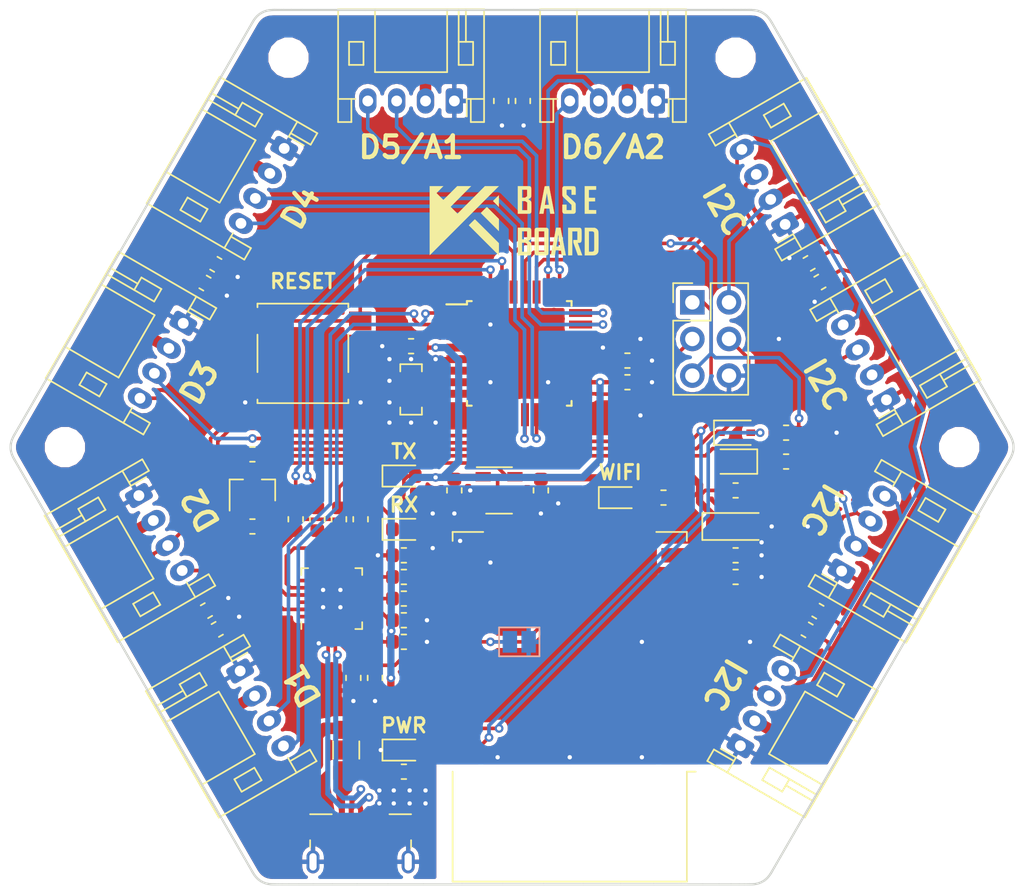
<source format=kicad_pcb>
(kicad_pcb (version 20171130) (host pcbnew 5.0.2-5.fc29)
  (layers (0 F.Cu signal) (31 B.Cu signal) (34 B.Paste user) (35 F.Paste user) (36 B.SilkS user) (37 F.SilkS user) (38 B.Mask user) (39 F.Mask user) (44 Edge.Cuts user))
  (net 0 "")
  (net 1 GND)
  (net 2 "Net-(C1-Pad1)")
  (net 3 +5V)
  (net 4 +3V3)
  (net 5 "Net-(C12-Pad1)")
  (net 6 DTR)
  (net 7 RST)
  (net 8 "Net-(D2-Pad2)")
  (net 9 "Net-(D3-Pad1)")
  (net 10 "Net-(D4-Pad1)")
  (net 11 "Net-(D5-Pad2)")
  (net 12 "Net-(D6-Pad2)")
  (net 13 "Net-(D6-Pad1)")
  (net 14 "Net-(D7-Pad2)")
  (net 15 ESP_RX)
  (net 16 ESP_TX)
  (net 17 SCK)
  (net 18 D3)
  (net 19 D6)
  (net 20 D7)
  (net 21 SCL)
  (net 22 SDA)
  (net 23 D4)
  (net 24 D5)
  (net 25 D9)
  (net 26 A0)
  (net 27 A1)
  (net 28 D10)
  (net 29 A2)
  (net 30 DTR_3V3)
  (net 31 "Net-(R2-Pad2)")
  (net 32 "Net-(R6-Pad2)")
  (net 33 MCU_TX)
  (net 34 "Net-(R7-Pad2)")
  (net 35 MCU_RX)
  (net 36 "Net-(R10-Pad1)")
  (net 37 "Net-(R12-Pad2)")
  (net 38 "Net-(R13-Pad2)")
  (net 39 "Net-(U4-Pad8)")
  (net 40 "Net-(U4-Pad7)")
  (net 41 A3)
  (net 42 "Net-(R8-Pad2)")
  (net 43 "Net-(R9-Pad2)")
  (net 44 /D+)
  (net 45 /D-)
  (net 46 "Net-(F1-Pad2)")
  (net 47 "Net-(J2-Pad4)")
  (net 48 "Net-(U2-Pad4)")
  (net 49 "Net-(U3-Pad1)")
  (net 50 "Net-(U3-Pad10)")
  (net 51 "Net-(U3-Pad11)")
  (net 52 "Net-(U3-Pad12)")
  (net 53 "Net-(U3-Pad15)")
  (net 54 "Net-(U3-Pad16)")
  (net 55 "Net-(U3-Pad17)")
  (net 56 "Net-(U3-Pad18)")
  (net 57 "Net-(U3-Pad19)")
  (net 58 "Net-(U3-Pad22)")
  (net 59 "Net-(U3-Pad24)")
  (net 60 "Net-(U4-Pad3)")
  (net 61 "Net-(U4-Pad6)")
  (net 62 "Net-(U4-Pad12)")
  (net 63 "Net-(U4-Pad19)")
  (net 64 "Net-(U4-Pad22)")
  (net 65 "Net-(U4-Pad32)")
  (net 66 "Net-(U5-Pad20)")
  (net 67 "Net-(U5-Pad19)")
  (net 68 "Net-(U5-Pad14)")
  (net 69 "Net-(U5-Pad13)")
  (net 70 "Net-(U5-Pad12)")
  (net 71 "Net-(U5-Pad11)")
  (net 72 "Net-(U5-Pad10)")
  (net 73 "Net-(U5-Pad9)")
  (net 74 "Net-(U5-Pad7)")
  (net 75 "Net-(U5-Pad6)")
  (net 76 "Net-(U5-Pad5)")
  (net 77 "Net-(U5-Pad4)")
  (net 78 "Net-(U5-Pad2)")
  (module Button_Switch_SMD:SW_SPST_B3S-1000 (layer F.Cu) (at 123 91.499999)
    (fp_text reference SW1 hide)
    (fp_text value RESET)
    (pad 2 smd rect (at 3.975 2.25) (size 1.55 1.3) (layers F.Cu F.Paste F.Mask) (net 1 GND))
    (pad 2 smd rect (at -3.975 2.25) (size 1.55 1.3) (layers F.Cu F.Paste F.Mask) (net 1 GND))
    (pad 1 smd rect (at 3.975 -2.25) (size 1.55 1.3) (layers F.Cu F.Paste F.Mask) (net 7 RST))
    (pad 1 smd rect (at -3.975 -2.25) (size 1.55 1.3) (layers F.Cu F.Paste F.Mask) (net 7 RST))
  )
  (module Package_QFP:TQFP-32_7x7mm_P0.8mm (layer F.Cu) (at 138 91.499999)
    (fp_text reference U4 hide)
    (fp_text value ATmega328PB-MU)
    (pad 32 smd rect (at -2.8 -4.25 90) (size 1.6 0.55) (layers F.Cu F.Paste F.Mask) (net 65 "Net-(U4-Pad32)"))
    (pad 31 smd rect (at -2 -4.25 90) (size 1.6 0.55) (layers F.Cu F.Paste F.Mask) (net 33 MCU_TX))
    (pad 30 smd rect (at -1.2 -4.25 90) (size 1.6 0.55) (layers F.Cu F.Paste F.Mask) (net 35 MCU_RX))
    (pad 29 smd rect (at -0.4 -4.25 90) (size 1.6 0.55) (layers F.Cu F.Paste F.Mask) (net 7 RST))
    (pad 28 smd rect (at 0.4 -4.25 90) (size 1.6 0.55) (layers F.Cu F.Paste F.Mask) (net 21 SCL))
    (pad 27 smd rect (at 1.2 -4.25 90) (size 1.6 0.55) (layers F.Cu F.Paste F.Mask) (net 22 SDA))
    (pad 26 smd rect (at 2 -4.25 90) (size 1.6 0.55) (layers F.Cu F.Paste F.Mask) (net 41 A3))
    (pad 25 smd rect (at 2.8 -4.25 90) (size 1.6 0.55) (layers F.Cu F.Paste F.Mask) (net 29 A2))
    (pad 24 smd rect (at 4.25 -2.8) (size 1.6 0.55) (layers F.Cu F.Paste F.Mask) (net 27 A1))
    (pad 23 smd rect (at 4.25 -2) (size 1.6 0.55) (layers F.Cu F.Paste F.Mask) (net 26 A0))
    (pad 22 smd rect (at 4.25 -1.2) (size 1.6 0.55) (layers F.Cu F.Paste F.Mask) (net 64 "Net-(U4-Pad22)"))
    (pad 21 smd rect (at 4.25 -0.4) (size 1.6 0.55) (layers F.Cu F.Paste F.Mask) (net 1 GND))
    (pad 20 smd rect (at 4.25 0.4) (size 1.6 0.55) (layers F.Cu F.Paste F.Mask) (net 5 "Net-(C12-Pad1)"))
    (pad 19 smd rect (at 4.25 1.2) (size 1.6 0.55) (layers F.Cu F.Paste F.Mask) (net 63 "Net-(U4-Pad19)"))
    (pad 18 smd rect (at 4.25 2) (size 1.6 0.55) (layers F.Cu F.Paste F.Mask) (net 3 +5V))
    (pad 17 smd rect (at 4.25 2.8) (size 1.6 0.55) (layers F.Cu F.Paste F.Mask) (net 17 SCK))
    (pad 16 smd rect (at 2.8 4.25 90) (size 1.6 0.55) (layers F.Cu F.Paste F.Mask) (net 16 ESP_TX))
    (pad 15 smd rect (at 2 4.25 90) (size 1.6 0.55) (layers F.Cu F.Paste F.Mask) (net 15 ESP_RX))
    (pad 14 smd rect (at 1.2 4.25 90) (size 1.6 0.55) (layers F.Cu F.Paste F.Mask) (net 28 D10))
    (pad 13 smd rect (at 0.4 4.25 90) (size 1.6 0.55) (layers F.Cu F.Paste F.Mask) (net 25 D9))
    (pad 12 smd rect (at -0.4 4.25 90) (size 1.6 0.55) (layers F.Cu F.Paste F.Mask) (net 62 "Net-(U4-Pad12)"))
    (pad 11 smd rect (at -1.2 4.25 90) (size 1.6 0.55) (layers F.Cu F.Paste F.Mask) (net 20 D7))
    (pad 10 smd rect (at -2 4.25 90) (size 1.6 0.55) (layers F.Cu F.Paste F.Mask) (net 19 D6))
    (pad 9 smd rect (at -2.8 4.25 90) (size 1.6 0.55) (layers F.Cu F.Paste F.Mask) (net 24 D5))
    (pad 8 smd rect (at -4.25 2.8) (size 1.6 0.55) (layers F.Cu F.Paste F.Mask) (net 39 "Net-(U4-Pad8)"))
    (pad 7 smd rect (at -4.25 2) (size 1.6 0.55) (layers F.Cu F.Paste F.Mask) (net 40 "Net-(U4-Pad7)"))
    (pad 6 smd rect (at -4.25 1.2) (size 1.6 0.55) (layers F.Cu F.Paste F.Mask) (net 61 "Net-(U4-Pad6)"))
    (pad 5 smd rect (at -4.25 0.4) (size 1.6 0.55) (layers F.Cu F.Paste F.Mask) (net 1 GND))
    (pad 4 smd rect (at -4.25 -0.4) (size 1.6 0.55) (layers F.Cu F.Paste F.Mask) (net 3 +5V))
    (pad 3 smd rect (at -4.25 -1.2) (size 1.6 0.55) (layers F.Cu F.Paste F.Mask) (net 60 "Net-(U4-Pad3)"))
    (pad 2 smd rect (at -4.25 -2) (size 1.6 0.55) (layers F.Cu F.Paste F.Mask) (net 23 D4))
    (pad 1 smd rect (at -4.25 -2.8) (size 1.6 0.55) (layers F.Cu F.Paste F.Mask) (net 18 D3))
  )
  (module RF_Module:ESP-12E (layer F.Cu) (at 141.499996 115.999999 180)
    (fp_text reference U5 hide)
    (fp_text value ESP-12E)
    (pad 22 smd rect (at 7.6 -3.5 180) (size 2.5 1) (layers F.Cu F.Paste F.Mask) (net 16 ESP_TX))
    (pad 21 smd rect (at 7.6 -1.5 180) (size 2.5 1) (layers F.Cu F.Paste F.Mask) (net 14 "Net-(D7-Pad2)"))
    (pad 20 smd rect (at 7.6 0.5 180) (size 2.5 1) (layers F.Cu F.Paste F.Mask) (net 66 "Net-(U5-Pad20)"))
    (pad 19 smd rect (at 7.6 2.5 180) (size 2.5 1) (layers F.Cu F.Paste F.Mask) (net 67 "Net-(U5-Pad19)"))
    (pad 18 smd rect (at 7.6 4.5 180) (size 2.5 1) (layers F.Cu F.Paste F.Mask) (net 13 "Net-(D6-Pad1)"))
    (pad 17 smd rect (at 7.6 6.5 180) (size 2.5 1) (layers F.Cu F.Paste F.Mask) (net 38 "Net-(R13-Pad2)"))
    (pad 16 smd rect (at 7.6 8.5 180) (size 2.5 1) (layers F.Cu F.Paste F.Mask) (net 37 "Net-(R12-Pad2)"))
    (pad 15 smd rect (at 7.6 10.5 180) (size 2.5 1) (layers F.Cu F.Paste F.Mask) (net 1 GND))
    (pad 14 smd rect (at 5 12 180) (size 1 1.8) (layers F.Cu F.Paste F.Mask) (net 68 "Net-(U5-Pad14)"))
    (pad 13 smd rect (at 3 12 180) (size 1 1.8) (layers F.Cu F.Paste F.Mask) (net 69 "Net-(U5-Pad13)"))
    (pad 12 smd rect (at 1 12 180) (size 1 1.8) (layers F.Cu F.Paste F.Mask) (net 70 "Net-(U5-Pad12)"))
    (pad 11 smd rect (at -1 12 180) (size 1 1.8) (layers F.Cu F.Paste F.Mask) (net 71 "Net-(U5-Pad11)"))
    (pad 10 smd rect (at -3 12 180) (size 1 1.8) (layers F.Cu F.Paste F.Mask) (net 72 "Net-(U5-Pad10)"))
    (pad 9 smd rect (at -5 12 180) (size 1 1.8) (layers F.Cu F.Paste F.Mask) (net 73 "Net-(U5-Pad9)"))
    (pad 8 smd rect (at -7.6 10.5 180) (size 2.5 1) (layers F.Cu F.Paste F.Mask) (net 4 +3V3))
    (pad 7 smd rect (at -7.6 8.5 180) (size 2.5 1) (layers F.Cu F.Paste F.Mask) (net 74 "Net-(U5-Pad7)"))
    (pad 6 smd rect (at -7.6 6.5 180) (size 2.5 1) (layers F.Cu F.Paste F.Mask) (net 75 "Net-(U5-Pad6)"))
    (pad 5 smd rect (at -7.6 4.5 180) (size 2.5 1) (layers F.Cu F.Paste F.Mask) (net 76 "Net-(U5-Pad5)"))
    (pad 4 smd rect (at -7.6 2.5 180) (size 2.5 1) (layers F.Cu F.Paste F.Mask) (net 77 "Net-(U5-Pad4)"))
    (pad 3 smd rect (at -7.6 0.5 180) (size 2.5 1) (layers F.Cu F.Paste F.Mask) (net 36 "Net-(R10-Pad1)"))
    (pad 2 smd rect (at -7.6 -1.5 180) (size 2.5 1) (layers F.Cu F.Paste F.Mask) (net 78 "Net-(U5-Pad2)"))
    (pad 1 smd rect (at -7.6 -3.5 180) (size 2.5 1) (layers F.Cu F.Paste F.Mask) (net 11 "Net-(D5-Pad2)"))
  )
  (module GiraffeTech-Utility:MakerPlayground_BaseBoard_logo (layer F.Cu) (at 137.750001 82.249999)
    (fp_text reference G*** hide)
    (fp_text value LOGO hide)
  )
  (module Capacitor_SMD:C_0603_1608Metric (layer F.Cu) (at 126.499999 113.999999 270)
    (fp_text reference C1 hide)
    (fp_text value 4.7uF)
    (pad 2 smd roundrect (at 0.7875 0 270) (size 0.875 0.95) (layers F.Cu F.Paste F.Mask) (net 1 GND))
    (pad 1 smd roundrect (at -0.7875 0 270) (size 0.875 0.95) (layers F.Cu F.Paste F.Mask) (net 2 "Net-(C1-Pad1)"))
  )
  (module Capacitor_SMD:C_0603_1608Metric (layer F.Cu) (at 129.999998 111.500001)
    (fp_text reference C2 hide)
    (fp_text value 4.7uF)
    (pad 2 smd roundrect (at 0.7875 0) (size 0.875 0.95) (layers F.Cu F.Paste F.Mask) (net 1 GND))
    (pad 1 smd roundrect (at -0.7875 0) (size 0.875 0.95) (layers F.Cu F.Paste F.Mask) (net 3 +5V))
  )
  (module Capacitor_SMD:C_0603_1608Metric (layer F.Cu) (at 128 114 270)
    (fp_text reference C3 hide)
    (fp_text value 0.1uF)
    (pad 2 smd roundrect (at 0.7875 0 270) (size 0.875 0.95) (layers F.Cu F.Paste F.Mask) (net 1 GND))
    (pad 1 smd roundrect (at -0.7875 0 270) (size 0.875 0.95) (layers F.Cu F.Paste F.Mask) (net 2 "Net-(C1-Pad1)"))
  )
  (module Capacitor_SMD:C_0603_1608Metric (layer F.Cu) (at 129.999998 110.000001)
    (fp_text reference C5 hide)
    (fp_text value 0.1uF)
    (pad 2 smd roundrect (at 0.7875 0) (size 0.875 0.95) (layers F.Cu F.Paste F.Mask) (net 1 GND))
    (pad 1 smd roundrect (at -0.7875 0) (size 0.875 0.95) (layers F.Cu F.Paste F.Mask) (net 3 +5V))
  )
  (module Capacitor_SMD:C_0603_1608Metric (layer F.Cu) (at 133.499977 101.000018 270)
    (fp_text reference C6 hide)
    (fp_text value 1uF)
    (pad 2 smd roundrect (at 0.7875 0 270) (size 0.875 0.95) (layers F.Cu F.Paste F.Mask) (net 1 GND))
    (pad 1 smd roundrect (at -0.7875 0 270) (size 0.875 0.95) (layers F.Cu F.Paste F.Mask) (net 3 +5V))
  )
  (module Capacitor_SMD:C_0603_1608Metric (layer F.Cu) (at 139.499979 101.000018 270)
    (fp_text reference C8 hide)
    (fp_text value 1uF)
    (pad 2 smd roundrect (at 0.7875 0 270) (size 0.875 0.95) (layers F.Cu F.Paste F.Mask) (net 1 GND))
    (pad 1 smd roundrect (at -0.7875 0 270) (size 0.875 0.95) (layers F.Cu F.Paste F.Mask) (net 4 +3V3))
  )
  (module Capacitor_SMD:C_0603_1608Metric (layer F.Cu) (at 145.5 93.499998 180)
    (fp_text reference C11 hide)
    (fp_text value 0.1uF)
    (pad 2 smd roundrect (at 0.7875 0 180) (size 0.875 0.95) (layers F.Cu F.Paste F.Mask) (net 3 +5V))
    (pad 1 smd roundrect (at -0.7875 0 180) (size 0.875 0.95) (layers F.Cu F.Paste F.Mask) (net 1 GND))
  )
  (module Capacitor_SMD:C_0603_1608Metric (layer F.Cu) (at 145.5 91.999998)
    (fp_text reference C12 hide)
    (fp_text value 0.1uF)
    (pad 2 smd roundrect (at 0.7875 0) (size 0.875 0.95) (layers F.Cu F.Paste F.Mask) (net 1 GND))
    (pad 1 smd roundrect (at -0.7875 0) (size 0.875 0.95) (layers F.Cu F.Paste F.Mask) (net 5 "Net-(C12-Pad1)"))
  )
  (module Capacitor_SMD:C_0603_1608Metric (layer F.Cu) (at 130.5 90.999999 180)
    (fp_text reference C13 hide)
    (fp_text value 0.1uF)
    (pad 2 smd roundrect (at 0.7875 0 180) (size 0.875 0.95) (layers F.Cu F.Paste F.Mask) (net 1 GND))
    (pad 1 smd roundrect (at -0.7875 0 180) (size 0.875 0.95) (layers F.Cu F.Paste F.Mask) (net 3 +5V))
  )
  (module Capacitor_SMD:C_0603_1608Metric (layer F.Cu) (at 152.999996 105.499998)
    (fp_text reference C14 hide)
    (fp_text value 1uF)
    (pad 2 smd roundrect (at 0.7875 0) (size 0.875 0.95) (layers F.Cu F.Paste F.Mask) (net 1 GND))
    (pad 1 smd roundrect (at -0.7875 0) (size 0.875 0.95) (layers F.Cu F.Paste F.Mask) (net 4 +3V3))
  )
  (module LED_SMD:LED_0603_1608Metric (layer F.Cu) (at 129.999995 103.699999)
    (fp_text reference D3 hide)
    (fp_text value Yellow)
    (pad 2 smd roundrect (at 0.7875 0) (size 0.875 0.95) (layers F.Cu F.Paste F.Mask) (net 2 "Net-(C1-Pad1)"))
    (pad 1 smd roundrect (at -0.7875 0) (size 0.875 0.95) (layers F.Cu F.Paste F.Mask) (net 9 "Net-(D3-Pad1)"))
  )
  (module LED_SMD:LED_0603_1608Metric (layer F.Cu) (at 129.999995 99.999999)
    (fp_text reference D4 hide)
    (fp_text value Yellow)
    (pad 2 smd roundrect (at 0.7875 0) (size 0.875 0.95) (layers F.Cu F.Paste F.Mask) (net 2 "Net-(C1-Pad1)"))
    (pad 1 smd roundrect (at -0.7875 0) (size 0.875 0.95) (layers F.Cu F.Paste F.Mask) (net 10 "Net-(D4-Pad1)"))
  )
  (module LED_SMD:LED_0603_1608Metric (layer F.Cu) (at 144.999996 101.499999)
    (fp_text reference D6 hide)
    (fp_text value RED)
    (pad 2 smd roundrect (at 0.7875 0) (size 0.875 0.95) (layers F.Cu F.Paste F.Mask) (net 12 "Net-(D6-Pad2)"))
    (pad 1 smd roundrect (at -0.7875 0) (size 0.875 0.95) (layers F.Cu F.Paste F.Mask) (net 13 "Net-(D6-Pad1)"))
  )
  (module GiraffeTech-Connector:USB_Micro-B_Amphenol_10118193_Horizontal (layer F.Cu) (at 126.999997 126.750001)
    (fp_text reference J2 hide)
    (fp_text value USB_B_Micro)
    (pad 5 smd rect (at 1.3 -2.675) (size 0.4 1.35) (layers F.Cu F.Paste F.Mask) (net 1 GND))
    (pad 4 smd rect (at 0.65 -2.675) (size 0.4 1.35) (layers F.Cu F.Paste F.Mask) (net 47 "Net-(J2-Pad4)"))
    (pad 1 smd rect (at -1.3 -2.675) (size 0.4 1.35) (layers F.Cu F.Paste F.Mask) (net 46 "Net-(F1-Pad2)"))
    (pad 2 smd rect (at -0.65 -2.675) (size 0.4 1.35) (layers F.Cu F.Paste F.Mask) (net 45 /D-))
    (pad 3 smd rect (at 0 -2.675) (size 0.4 1.35) (layers F.Cu F.Paste F.Mask) (net 44 /D+))
    (pad 6 smd rect (at 3.2 -2.45) (size 1.6 1.4) (layers F.Cu F.Paste F.Mask) (net 1 GND))
    (pad 6 smd rect (at -3.2 -2.45) (size 1.6 1.4) (layers F.Cu F.Paste F.Mask) (net 1 GND))
    (pad 6 thru_hole oval (at -3.3 0) (size 0.9 1.6) (drill oval 0.5 1.2) (layers *.Cu *.Mask) (net 1 GND))
    (pad 6 thru_hole oval (at 3.3 0) (size 0.9 1.6) (drill oval 0.5 1.2) (layers *.Cu *.Mask) (net 1 GND))
    (pad 6 smd rect (at -1.2 0) (size 1.9 1.9) (layers F.Cu F.Paste F.Mask) (net 1 GND))
    (pad 6 smd rect (at 1.2 0) (size 1.9 1.9) (layers F.Cu F.Paste F.Mask) (net 1 GND))
  )
  (module Connector_PinHeader_2.54mm:PinHeader_2x03_P2.54mm_Vertical (layer F.Cu) (at 150.000001 87.959999)
    (fp_text reference J3 hide)
    (fp_text value AVR-ISP-6)
    (pad 6 thru_hole oval (at 2.54 5.08) (size 1.7 1.7) (drill 1) (layers *.Cu *.Mask) (net 1 GND))
    (pad 5 thru_hole oval (at 0 5.08) (size 1.7 1.7) (drill 1) (layers *.Cu *.Mask) (net 7 RST))
    (pad 4 thru_hole oval (at 2.54 2.54) (size 1.7 1.7) (drill 1) (layers *.Cu *.Mask) (net 15 ESP_RX))
    (pad 3 thru_hole oval (at 0 2.54) (size 1.7 1.7) (drill 1) (layers *.Cu *.Mask) (net 17 SCK))
    (pad 2 thru_hole oval (at 2.54 0) (size 1.7 1.7) (drill 1) (layers *.Cu *.Mask) (net 3 +5V))
    (pad 1 thru_hole rect (at 0 0) (size 1.7 1.7) (drill 1) (layers *.Cu *.Mask) (net 16 ESP_TX))
  )
  (module Connector_JST:JST_PH_S4B-PH-K_1x04_P2.00mm_Horizontal (layer F.Cu) (at 118.650621 113.519213 300)
    (fp_text reference J4 hide)
    (fp_text value 112504RT/RH)
    (pad 4 thru_hole oval (at 6 0 300) (size 1.2 1.75) (drill 0.75) (layers *.Cu *.Mask) (net 18 D3))
    (pad 3 thru_hole oval (at 4 0 300) (size 1.2 1.75) (drill 0.75) (layers *.Cu *.Mask) (net 23 D4))
    (pad 2 thru_hole oval (at 2 0 300) (size 1.2 1.75) (drill 0.75) (layers *.Cu *.Mask) (net 3 +5V))
    (pad 1 thru_hole roundrect (at 0 0 300) (size 1.2 1.75) (drill 0.75) (layers *.Cu *.Mask) (roundrect_rratio 0.208333) (net 1 GND))
  )
  (module Connector_JST:JST_PH_S4B-PH-K_1x04_P2.00mm_Horizontal (layer F.Cu) (at 133.499999 74.000002 180)
    (fp_text reference J5 hide)
    (fp_text value 112504RT/RH)
    (pad 4 thru_hole oval (at 6 0 180) (size 1.2 1.75) (drill 0.75) (layers *.Cu *.Mask) (net 26 A0))
    (pad 3 thru_hole oval (at 4 0 180) (size 1.2 1.75) (drill 0.75) (layers *.Cu *.Mask) (net 27 A1))
    (pad 2 thru_hole oval (at 2 0 180) (size 1.2 1.75) (drill 0.75) (layers *.Cu *.Mask) (net 3 +5V))
    (pad 1 thru_hole roundrect (at 0 0 180) (size 1.2 1.75) (drill 0.75) (layers *.Cu *.Mask) (roundrect_rratio 0.208333) (net 1 GND))
  )
  (module Connector_JST:JST_PH_S4B-PH-K_1x04_P2.00mm_Horizontal (layer F.Cu) (at 153.330317 118.704251 60)
    (fp_text reference J6 hide)
    (fp_text value 112504RT/RH)
    (pad 4 thru_hole oval (at 6 0 60) (size 1.2 1.75) (drill 0.75) (layers *.Cu *.Mask) (net 21 SCL))
    (pad 3 thru_hole oval (at 4 0 60) (size 1.2 1.75) (drill 0.75) (layers *.Cu *.Mask) (net 22 SDA))
    (pad 2 thru_hole oval (at 2 0 60) (size 1.2 1.75) (drill 0.75) (layers *.Cu *.Mask) (net 3 +5V))
    (pad 1 thru_hole roundrect (at 0 0 60) (size 1.2 1.75) (drill 0.75) (layers *.Cu *.Mask) (roundrect_rratio 0.208333) (net 1 GND))
  )
  (module Connector_JST:JST_PH_S4B-PH-K_1x04_P2.00mm_Horizontal (layer F.Cu) (at 111.628876 101.357195 300)
    (fp_text reference J7 hide)
    (fp_text value 112504RT/RH)
    (pad 4 thru_hole oval (at 6 0 300) (size 1.2 1.75) (drill 0.75) (layers *.Cu *.Mask) (net 24 D5))
    (pad 3 thru_hole oval (at 4 0 300) (size 1.2 1.75) (drill 0.75) (layers *.Cu *.Mask) (net 19 D6))
    (pad 2 thru_hole oval (at 2 0 300) (size 1.2 1.75) (drill 0.75) (layers *.Cu *.Mask) (net 3 +5V))
    (pad 1 thru_hole roundrect (at 0 0 300) (size 1.2 1.75) (drill 0.75) (layers *.Cu *.Mask) (roundrect_rratio 0.208333) (net 1 GND))
  )
  (module Connector_JST:JST_PH_S4B-PH-K_1x04_P2.00mm_Horizontal (layer F.Cu) (at 147.499998 74.000001 180)
    (fp_text reference J8 hide)
    (fp_text value 112504RT/RH)
    (pad 4 thru_hole oval (at 6 0 180) (size 1.2 1.75) (drill 0.75) (layers *.Cu *.Mask) (net 29 A2))
    (pad 3 thru_hole oval (at 4 0 180) (size 1.2 1.75) (drill 0.75) (layers *.Cu *.Mask) (net 41 A3))
    (pad 2 thru_hole oval (at 2 0 180) (size 1.2 1.75) (drill 0.75) (layers *.Cu *.Mask) (net 3 +5V))
    (pad 1 thru_hole roundrect (at 0 0 180) (size 1.2 1.75) (drill 0.75) (layers *.Cu *.Mask) (roundrect_rratio 0.208333) (net 1 GND))
  )
  (module Connector_JST:JST_PH_S4B-PH-K_1x04_P2.00mm_Horizontal (layer F.Cu) (at 160.349425 106.590925 60)
    (fp_text reference J9 hide)
    (fp_text value 112504RT/RH)
    (pad 4 thru_hole oval (at 6 0 60) (size 1.2 1.75) (drill 0.75) (layers *.Cu *.Mask) (net 21 SCL))
    (pad 3 thru_hole oval (at 4 0 60) (size 1.2 1.75) (drill 0.75) (layers *.Cu *.Mask) (net 22 SDA))
    (pad 2 thru_hole oval (at 2 0 60) (size 1.2 1.75) (drill 0.75) (layers *.Cu *.Mask) (net 3 +5V))
    (pad 1 thru_hole roundrect (at 0 0 60) (size 1.2 1.75) (drill 0.75) (layers *.Cu *.Mask) (roundrect_rratio 0.208333) (net 1 GND))
  )
  (module Connector_JST:JST_PH_S4B-PH-K_1x04_P2.00mm_Horizontal (layer F.Cu) (at 114.704107 89.413366 240)
    (fp_text reference J10 hide)
    (fp_text value 112504RT/RH)
    (pad 4 thru_hole oval (at 6 0 240) (size 1.2 1.75) (drill 0.75) (layers *.Cu *.Mask) (net 19 D6))
    (pad 3 thru_hole oval (at 4 0 240) (size 1.2 1.75) (drill 0.75) (layers *.Cu *.Mask) (net 20 D7))
    (pad 2 thru_hole oval (at 2 0 240) (size 1.2 1.75) (drill 0.75) (layers *.Cu *.Mask) (net 3 +5V))
    (pad 1 thru_hole roundrect (at 0 0 240) (size 1.2 1.75) (drill 0.75) (layers *.Cu *.Mask) (roundrect_rratio 0.208333) (net 1 GND))
  )
  (module Connector_JST:JST_PH_S4B-PH-K_1x04_P2.00mm_Horizontal (layer F.Cu) (at 156.433034 82.555787 120)
    (fp_text reference J11 hide)
    (fp_text value 112504RT/RH)
    (pad 4 thru_hole oval (at 6 0 120) (size 1.2 1.75) (drill 0.75) (layers *.Cu *.Mask) (net 21 SCL))
    (pad 3 thru_hole oval (at 4 0 120) (size 1.2 1.75) (drill 0.75) (layers *.Cu *.Mask) (net 22 SDA))
    (pad 2 thru_hole oval (at 2 0 120) (size 1.2 1.75) (drill 0.75) (layers *.Cu *.Mask) (net 3 +5V))
    (pad 1 thru_hole roundrect (at 0 0 120) (size 1.2 1.75) (drill 0.75) (layers *.Cu *.Mask) (roundrect_rratio 0.208333) (net 1 GND))
  )
  (module Connector_JST:JST_PH_S4B-PH-K_1x04_P2.00mm_Horizontal (layer F.Cu) (at 121.704109 77.289012 240)
    (fp_text reference J13 hide)
    (fp_text value 112504RT/RH)
    (pad 4 thru_hole oval (at 6 0 240) (size 1.2 1.75) (drill 0.75) (layers *.Cu *.Mask) (net 25 D9))
    (pad 3 thru_hole oval (at 4 0 240) (size 1.2 1.75) (drill 0.75) (layers *.Cu *.Mask) (net 28 D10))
    (pad 2 thru_hole oval (at 2 0 240) (size 1.2 1.75) (drill 0.75) (layers *.Cu *.Mask) (net 3 +5V))
    (pad 1 thru_hole roundrect (at 0 0 240) (size 1.2 1.75) (drill 0.75) (layers *.Cu *.Mask) (roundrect_rratio 0.208333) (net 1 GND))
  )
  (module Connector_JST:JST_PH_S4B-PH-K_1x04_P2.00mm_Horizontal (layer F.Cu) (at 163.456706 94.721146 120)
    (fp_text reference J14 hide)
    (fp_text value 112504RT/RH)
    (pad 4 thru_hole oval (at 6 0 120) (size 1.2 1.75) (drill 0.75) (layers *.Cu *.Mask) (net 21 SCL))
    (pad 3 thru_hole oval (at 4 0 120) (size 1.2 1.75) (drill 0.75) (layers *.Cu *.Mask) (net 22 SDA))
    (pad 2 thru_hole oval (at 2 0 120) (size 1.2 1.75) (drill 0.75) (layers *.Cu *.Mask) (net 3 +5V))
    (pad 1 thru_hole roundrect (at 0 0 120) (size 1.2 1.75) (drill 0.75) (layers *.Cu *.Mask) (roundrect_rratio 0.208333) (net 1 GND))
  )
  (module Jumper:SolderJumper-2_P1.3mm_Open_Pad1.0x1.5mm (layer B.Cu) (at 138 111.500001)
    (fp_text reference JP1 hide)
    (fp_text value "Flashing Mode")
    (pad 1 smd rect (at -0.65 0) (size 1 1.5) (layers B.Cu B.Mask) (net 13 "Net-(D6-Pad1)"))
    (pad 2 smd rect (at 0.65 0) (size 1 1.5) (layers B.Cu B.Mask) (net 1 GND))
  )
  (module Package_TO_SOT_SMD:SOT-23 (layer F.Cu) (at 119.5 101.000001 90)
    (fp_text reference Q2 hide)
    (fp_text value BSS138)
    (pad 3 smd rect (at 1 0 90) (size 0.9 0.8) (layers F.Cu F.Paste F.Mask) (net 6 DTR))
    (pad 2 smd rect (at -1 0.95 90) (size 0.9 0.8) (layers F.Cu F.Paste F.Mask) (net 30 DTR_3V3))
    (pad 1 smd rect (at -1 -0.95 90) (size 0.9 0.8) (layers F.Cu F.Paste F.Mask) (net 4 +3V3))
  )
  (module Resistor_SMD:R_0603_1608Metric (layer F.Cu) (at 129.999995 108.499999 180)
    (fp_text reference R2 hide)
    (fp_text value 1K)
    (pad 2 smd roundrect (at 0.7875 0 180) (size 0.875 0.95) (layers F.Cu F.Paste F.Mask) (net 31 "Net-(R2-Pad2)"))
    (pad 1 smd roundrect (at -0.7875 0 180) (size 0.875 0.95) (layers F.Cu F.Paste F.Mask) (net 2 "Net-(C1-Pad1)"))
  )
  (module Resistor_SMD:R_0603_1608Metric (layer F.Cu) (at 119.499999 103.5)
    (fp_text reference R3 hide)
    (fp_text value 10K)
    (pad 2 smd roundrect (at 0.7875 0) (size 0.875 0.95) (layers F.Cu F.Paste F.Mask) (net 30 DTR_3V3))
    (pad 1 smd roundrect (at -0.7875 0) (size 0.875 0.95) (layers F.Cu F.Paste F.Mask) (net 4 +3V3))
  )
  (module Resistor_SMD:R_0603_1608Metric (layer F.Cu) (at 119.499999 98.5)
    (fp_text reference R4 hide)
    (fp_text value 10K)
    (pad 2 smd roundrect (at 0.7875 0) (size 0.875 0.95) (layers F.Cu F.Paste F.Mask) (net 6 DTR))
    (pad 1 smd roundrect (at -0.7875 0) (size 0.875 0.95) (layers F.Cu F.Paste F.Mask) (net 3 +5V))
  )
  (module Resistor_SMD:R_0603_1608Metric (layer F.Cu) (at 123.999998 102.999999 270)
    (fp_text reference R6 hide)
    (fp_text value 1K)
    (pad 2 smd roundrect (at 0.7875 0 270) (size 0.875 0.95) (layers F.Cu F.Paste F.Mask) (net 32 "Net-(R6-Pad2)"))
    (pad 1 smd roundrect (at -0.7875 0 270) (size 0.875 0.95) (layers F.Cu F.Paste F.Mask) (net 33 MCU_TX))
  )
  (module Resistor_SMD:R_0603_1608Metric (layer F.Cu) (at 122.499996 102.999998 270)
    (fp_text reference R7 hide)
    (fp_text value 1K)
    (pad 2 smd roundrect (at 0.7875 0 270) (size 0.875 0.95) (layers F.Cu F.Paste F.Mask) (net 34 "Net-(R7-Pad2)"))
    (pad 1 smd roundrect (at -0.7875 0 270) (size 0.875 0.95) (layers F.Cu F.Paste F.Mask) (net 35 MCU_RX))
  )
  (module Resistor_SMD:R_0603_1608Metric (layer F.Cu) (at 126.999998 103.000001 270)
    (fp_text reference R8 hide)
    (fp_text value 1K)
    (pad 2 smd roundrect (at 0.7875 0 270) (size 0.875 0.95) (layers F.Cu F.Paste F.Mask) (net 42 "Net-(R8-Pad2)"))
    (pad 1 smd roundrect (at -0.7875 0 270) (size 0.875 0.95) (layers F.Cu F.Paste F.Mask) (net 9 "Net-(D3-Pad1)"))
  )
  (module Resistor_SMD:R_0603_1608Metric (layer F.Cu) (at 125.499997 103 270)
    (fp_text reference R9 hide)
    (fp_text value 1K)
    (pad 2 smd roundrect (at 0.7875 0 270) (size 0.875 0.95) (layers F.Cu F.Paste F.Mask) (net 43 "Net-(R9-Pad2)"))
    (pad 1 smd roundrect (at -0.7875 0 270) (size 0.875 0.95) (layers F.Cu F.Paste F.Mask) (net 10 "Net-(D4-Pad1)"))
  )
  (module Resistor_SMD:R_0603_1608Metric (layer F.Cu) (at 152.999996 106.999998 180)
    (fp_text reference R10 hide)
    (fp_text value 10K)
    (pad 2 smd roundrect (at 0.7875 0 180) (size 0.875 0.95) (layers F.Cu F.Paste F.Mask) (net 4 +3V3))
    (pad 1 smd roundrect (at -0.7875 0 180) (size 0.875 0.95) (layers F.Cu F.Paste F.Mask) (net 36 "Net-(R10-Pad1)"))
  )
  (module Resistor_SMD:R_0603_1608Metric (layer F.Cu) (at 152.999998 101.000001)
    (fp_text reference R11 hide)
    (fp_text value 10K)
    (pad 2 smd roundrect (at 0.7875 0) (size 0.875 0.95) (layers F.Cu F.Paste F.Mask) (net 11 "Net-(D5-Pad2)"))
    (pad 1 smd roundrect (at -0.7875 0) (size 0.875 0.95) (layers F.Cu F.Paste F.Mask) (net 4 +3V3))
  )
  (module Resistor_SMD:R_0603_1608Metric (layer F.Cu) (at 129.999995 105.499997)
    (fp_text reference R12 hide)
    (fp_text value 10K)
    (pad 2 smd roundrect (at 0.7875 0) (size 0.875 0.95) (layers F.Cu F.Paste F.Mask) (net 37 "Net-(R12-Pad2)"))
    (pad 1 smd roundrect (at -0.7875 0) (size 0.875 0.95) (layers F.Cu F.Paste F.Mask) (net 1 GND))
  )
  (module Resistor_SMD:R_0603_1608Metric (layer F.Cu) (at 129.999997 107)
    (fp_text reference R13 hide)
    (fp_text value 10K)
    (pad 2 smd roundrect (at 0.7875 0) (size 0.875 0.95) (layers F.Cu F.Paste F.Mask) (net 38 "Net-(R13-Pad2)"))
    (pad 1 smd roundrect (at -0.7875 0) (size 0.875 0.95) (layers F.Cu F.Paste F.Mask) (net 4 +3V3))
  )
  (module Resistor_SMD:R_0603_1608Metric (layer F.Cu) (at 148 101.500001 180)
    (fp_text reference R14 hide)
    (fp_text value 1K)
    (pad 2 smd roundrect (at 0.7875 0 180) (size 0.875 0.95) (layers F.Cu F.Paste F.Mask) (net 12 "Net-(D6-Pad2)"))
    (pad 1 smd roundrect (at -0.7875 0 180) (size 0.875 0.95) (layers F.Cu F.Paste F.Mask) (net 4 +3V3))
  )
  (module Package_TO_SOT_SMD:SOT-23-5 (layer F.Cu) (at 136.599978 101.000018)
    (fp_text reference U2 hide)
    (fp_text value AP2127K-3.3)
    (pad 5 smd rect (at 1.1 -0.95) (size 1.06 0.65) (layers F.Cu F.Paste F.Mask) (net 4 +3V3))
    (pad 4 smd rect (at 1.1 0.95) (size 1.06 0.65) (layers F.Cu F.Paste F.Mask) (net 48 "Net-(U2-Pad4)"))
    (pad 3 smd rect (at -1.1 0.95) (size 1.06 0.65) (layers F.Cu F.Paste F.Mask) (net 3 +5V))
    (pad 2 smd rect (at -1.1 0) (size 1.06 0.65) (layers F.Cu F.Paste F.Mask) (net 1 GND))
    (pad 1 smd rect (at -1.1 -0.95) (size 1.06 0.65) (layers F.Cu F.Paste F.Mask) (net 3 +5V))
  )
  (module Package_DFN_QFN:QFN-24-1EP_4x4mm_P0.5mm_EP2.6x2.6mm (layer F.Cu) (at 124.999995 108.499999 90)
    (fp_text reference U3 hide)
    (fp_text value CP2102N-A01-GQFN24)
    (pad 24 smd roundrect (at -1.25 -1.9375 90) (size 0.25 0.825) (layers F.Cu F.Paste F.Mask) (net 59 "Net-(U3-Pad24)"))
    (pad 23 smd roundrect (at -0.75 -1.9375 90) (size 0.25 0.825) (layers F.Cu F.Paste F.Mask) (net 30 DTR_3V3))
    (pad 22 smd roundrect (at -0.25 -1.9375 90) (size 0.25 0.825) (layers F.Cu F.Paste F.Mask) (net 58 "Net-(U3-Pad22)"))
    (pad 21 smd roundrect (at 0.25 -1.9375 90) (size 0.25 0.825) (layers F.Cu F.Paste F.Mask) (net 34 "Net-(R7-Pad2)"))
    (pad 20 smd roundrect (at 0.75 -1.9375 90) (size 0.25 0.825) (layers F.Cu F.Paste F.Mask) (net 32 "Net-(R6-Pad2)"))
    (pad 19 smd roundrect (at 1.25 -1.9375 90) (size 0.25 0.825) (layers F.Cu F.Paste F.Mask) (net 57 "Net-(U3-Pad19)"))
    (pad 18 smd roundrect (at 1.9375 -1.25 90) (size 0.825 0.25) (layers F.Cu F.Paste F.Mask) (net 56 "Net-(U3-Pad18)"))
    (pad 17 smd roundrect (at 1.9375 -0.75 90) (size 0.825 0.25) (layers F.Cu F.Paste F.Mask) (net 55 "Net-(U3-Pad17)"))
    (pad 16 smd roundrect (at 1.9375 -0.25 90) (size 0.825 0.25) (layers F.Cu F.Paste F.Mask) (net 54 "Net-(U3-Pad16)"))
    (pad 15 smd roundrect (at 1.9375 0.25 90) (size 0.825 0.25) (layers F.Cu F.Paste F.Mask) (net 53 "Net-(U3-Pad15)"))
    (pad 14 smd roundrect (at 1.9375 0.75 90) (size 0.825 0.25) (layers F.Cu F.Paste F.Mask) (net 43 "Net-(R9-Pad2)"))
    (pad 13 smd roundrect (at 1.9375 1.25 90) (size 0.825 0.25) (layers F.Cu F.Paste F.Mask) (net 42 "Net-(R8-Pad2)"))
    (pad 12 smd roundrect (at 1.25 1.9375 90) (size 0.25 0.825) (layers F.Cu F.Paste F.Mask) (net 52 "Net-(U3-Pad12)"))
    (pad 11 smd roundrect (at 0.75 1.9375 90) (size 0.25 0.825) (layers F.Cu F.Paste F.Mask) (net 51 "Net-(U3-Pad11)"))
    (pad 10 smd roundrect (at 0.25 1.9375 90) (size 0.25 0.825) (layers F.Cu F.Paste F.Mask) (net 50 "Net-(U3-Pad10)"))
    (pad 9 smd roundrect (at -0.25 1.9375 90) (size 0.25 0.825) (layers F.Cu F.Paste F.Mask) (net 31 "Net-(R2-Pad2)"))
    (pad 8 smd roundrect (at -0.75 1.9375 90) (size 0.25 0.825) (layers F.Cu F.Paste F.Mask) (net 3 +5V))
    (pad 7 smd roundrect (at -1.25 1.9375 90) (size 0.25 0.825) (layers F.Cu F.Paste F.Mask) (net 3 +5V))
    (pad 6 smd roundrect (at -1.9375 1.25 90) (size 0.825 0.25) (layers F.Cu F.Paste F.Mask) (net 2 "Net-(C1-Pad1)"))
    (pad 5 smd roundrect (at -1.9375 0.75 90) (size 0.825 0.25) (layers F.Cu F.Paste F.Mask) (net 2 "Net-(C1-Pad1)"))
    (pad 4 smd roundrect (at -1.9375 0.25 90) (size 0.825 0.25) (layers F.Cu F.Paste F.Mask) (net 45 /D-))
    (pad 3 smd roundrect (at -1.9375 -0.25 90) (size 0.825 0.25) (layers F.Cu F.Paste F.Mask) (net 44 /D+))
    (pad 2 smd roundrect (at -1.9375 -0.75 90) (size 0.825 0.25) (layers F.Cu F.Paste F.Mask) (net 1 GND))
    (pad 1 smd roundrect (at -1.9375 -1.25 90) (size 0.825 0.25) (layers F.Cu F.Paste F.Mask) (net 49 "Net-(U3-Pad1)"))
    (pad 25 smd roundrect (at 0 0 90) (size 2.6 2.6) (layers F.Cu F.Mask) (roundrect_rratio 0.096154) (net 1 GND))
  )
  (module GiraffeTech-Murata:Resonator_Murata_CSTCE-V-3Pin_3.2x1.3mm (layer F.Cu) (at 130.5 93.999998 90)
    (fp_text reference Y1 hide)
    (fp_text value CSTCE16M0V53-R0)
    (pad 3 smd rect (at 0.95 0 90) (size 0.3 1.6) (layers F.Cu F.Paste F.Mask) (net 40 "Net-(U4-Pad7)"))
    (pad 1 smd rect (at -0.95 0 90) (size 0.3 1.6) (layers F.Cu F.Paste F.Mask) (net 39 "Net-(U4-Pad8)"))
    (pad 2 smd rect (at 0 0 90) (size 0.3 1.6) (layers F.Cu F.Paste F.Mask) (net 1 GND))
  )
  (module Capacitor_SMD:C_0603_1608Metric (layer F.Cu) (at 156.499997 96.999999)
    (fp_text reference C15 hide)
    (fp_text value 0.1uF)
    (pad 2 smd roundrect (at 0.7875 0) (size 0.875 0.95) (layers F.Cu F.Paste F.Mask) (net 7 RST))
    (pad 1 smd roundrect (at -0.7875 0) (size 0.875 0.95) (layers F.Cu F.Paste F.Mask) (net 6 DTR))
  )
  (module LED_SMD:LED_0603_1608Metric (layer F.Cu) (at 130 119)
    (fp_text reference D2 hide)
    (fp_text value Green)
    (pad 2 smd roundrect (at 0.7875 0) (size 0.875 0.95) (layers F.Cu F.Paste F.Mask) (net 8 "Net-(D2-Pad2)"))
    (pad 1 smd roundrect (at -0.7875 0) (size 0.875 0.95) (layers F.Cu F.Paste F.Mask) (net 1 GND))
  )
  (module Resistor_SMD:R_0603_1608Metric (layer F.Cu) (at 130 120.5)
    (fp_text reference R5 hide)
    (fp_text value 1K)
    (pad 2 smd roundrect (at 0.7875 0) (size 0.875 0.95) (layers F.Cu F.Paste F.Mask) (net 8 "Net-(D2-Pad2)"))
    (pad 1 smd roundrect (at -0.7875 0) (size 0.875 0.95) (layers F.Cu F.Paste F.Mask) (net 3 +5V))
  )
  (module Resistor_SMD:R_0603_1608Metric (layer F.Cu) (at 156.499999 98.999998 180)
    (fp_text reference R15 hide)
    (fp_text value 10K)
    (pad 2 smd roundrect (at 0.7875 0 180) (size 0.875 0.95) (layers F.Cu F.Paste F.Mask) (net 7 RST))
    (pad 1 smd roundrect (at -0.7875 0 180) (size 0.875 0.95) (layers F.Cu F.Paste F.Mask) (net 3 +5V))
  )
  (module MountingHole:MountingHole_2.2mm_M2 (layer F.Cu) (at 121.999996 71)
    (fp_text reference MK1 hide)
    (fp_text value Mounting_Hole)
    (pad 1 np_thru_hole circle (at 0 0) (size 2.2 2.2) (drill 2.2) (layers *.Cu *.Mask))
  )
  (module MountingHole:MountingHole_2.2mm_M2 (layer F.Cu) (at 152.999998 70.999999)
    (fp_text reference MK2 hide)
    (fp_text value Mounting_Hole)
    (pad 1 np_thru_hole circle (at 0 0) (size 2.2 2.2) (drill 2.2) (layers *.Cu *.Mask))
  )
  (module MountingHole:MountingHole_2.2mm_M2 (layer F.Cu) (at 106.499998 98.000001)
    (fp_text reference MK3 hide)
    (fp_text value Mounting_Hole)
    (pad 1 np_thru_hole circle (at 0 0) (size 2.2 2.2) (drill 2.2) (layers *.Cu *.Mask))
  )
  (module MountingHole:MountingHole_2.2mm_M2 (layer F.Cu) (at 168.499996 97.999997)
    (fp_text reference MK4 hide)
    (fp_text value Mounting_Hole)
    (pad 1 np_thru_hole circle (at 0 0) (size 2.2 2.2) (drill 2.2) (layers *.Cu *.Mask))
  )
  (module Diode_SMD:D_SOD-323 (layer F.Cu) (at 152.999996 96.999998)
    (fp_text reference D7 hide)
    (fp_text value 1SS355VMTE-17)
    (pad 2 smd rect (at 1.05 0) (size 0.6 0.45) (layers F.Cu F.Paste F.Mask) (net 14 "Net-(D7-Pad2)"))
    (pad 1 smd rect (at -1.05 0) (size 0.6 0.45) (layers F.Cu F.Paste F.Mask) (net 15 ESP_RX))
  )
  (module Diode_SMD:D_SOD-323 (layer F.Cu) (at 152.999998 98.999999 180)
    (fp_text reference D5 hide)
    (fp_text value 1SS355VMTE-17)
    (pad 2 smd rect (at 1.05 0 180) (size 0.6 0.45) (layers F.Cu F.Paste F.Mask) (net 11 "Net-(D5-Pad2)"))
    (pad 1 smd rect (at -1.05 0 180) (size 0.6 0.45) (layers F.Cu F.Paste F.Mask) (net 7 RST))
  )
  (module Capacitor_Tantalum_SMD:CP_EIA-3216-12_Kemet-S (layer F.Cu) (at 152.999999 103.5)
    (fp_text reference C10 hide)
    (fp_text value 10uF)
    (pad 2 smd roundrect (at 1.35 0) (size 1.4 1.35) (layers F.Cu F.Paste F.Mask) (roundrect_rratio 0.185185) (net 1 GND))
    (pad 1 smd roundrect (at -1.35 0) (size 1.4 1.35) (layers F.Cu F.Paste F.Mask) (roundrect_rratio 0.185185) (net 4 +3V3))
  )
  (module Capacitor_SMD:C_0603_1608Metric (layer F.Cu) (at 136.750001 74 270)
    (fp_text reference C4 hide)
    (fp_text value 10uF)
    (pad 2 smd roundrect (at 0.7875 0 270) (size 0.875 0.95) (layers F.Cu F.Paste F.Mask) (net 1 GND))
    (pad 1 smd roundrect (at -0.7875 0 270) (size 0.875 0.95) (layers F.Cu F.Paste F.Mask) (net 3 +5V))
  )
  (module Capacitor_SMD:C_0603_1608Metric (layer F.Cu) (at 138.25 73.999999 270)
    (fp_text reference C7 hide)
    (fp_text value 0.1uF)
    (pad 2 smd roundrect (at 0.7875 0 270) (size 0.875 0.95) (layers F.Cu F.Paste F.Mask) (net 1 GND))
    (pad 1 smd roundrect (at -0.7875 0 270) (size 0.875 0.95) (layers F.Cu F.Paste F.Mask) (net 3 +5V))
  )
  (module Capacitor_SMD:C_0603_1608Metric (layer F.Cu) (at 116.312246 109.334234 30)
    (fp_text reference C9 hide)
    (fp_text value 10uF)
    (pad 2 smd roundrect (at 0.7875 0 30) (size 0.875 0.95) (layers F.Cu F.Paste F.Mask) (net 1 GND))
    (pad 1 smd roundrect (at -0.7875 0 30) (size 0.875 0.95) (layers F.Cu F.Paste F.Mask) (net 3 +5V))
  )
  (module Capacitor_SMD:C_0603_1608Metric (layer F.Cu) (at 117.062246 110.633272 30)
    (fp_text reference C16 hide)
    (fp_text value 0.1uF)
    (pad 2 smd roundrect (at 0.7875 0 30) (size 0.875 0.95) (layers F.Cu F.Paste F.Mask) (net 1 GND))
    (pad 1 smd roundrect (at -0.7875 0 30) (size 0.875 0.95) (layers F.Cu F.Paste F.Mask) (net 3 +5V))
  )
  (module Capacitor_SMD:C_0603_1608Metric (layer F.Cu) (at 116.963138 85.324741 330)
    (fp_text reference C17 hide)
    (fp_text value 10uF)
    (pad 2 smd roundrect (at 0.7875 0 330) (size 0.875 0.95) (layers F.Cu F.Paste F.Mask) (net 1 GND))
    (pad 1 smd roundrect (at -0.7875 0 330) (size 0.875 0.95) (layers F.Cu F.Paste F.Mask) (net 3 +5V))
  )
  (module Capacitor_SMD:C_0603_1608Metric (layer F.Cu) (at 116.213138 86.623779 330)
    (fp_text reference C18 hide)
    (fp_text value 0.1uF)
    (pad 2 smd roundrect (at 0.7875 0 330) (size 0.875 0.95) (layers F.Cu F.Paste F.Mask) (net 1 GND))
    (pad 1 smd roundrect (at -0.7875 0 330) (size 0.875 0.95) (layers F.Cu F.Paste F.Mask) (net 3 +5V))
  )
  (module Capacitor_SMD:C_0603_1608Metric (layer F.Cu) (at 158.844371 86.556477 210)
    (fp_text reference C19 hide)
    (fp_text value 10uF)
    (pad 2 smd roundrect (at 0.7875 0 210) (size 0.875 0.95) (layers F.Cu F.Paste F.Mask) (net 1 GND))
    (pad 1 smd roundrect (at -0.7875 0 210) (size 0.875 0.95) (layers F.Cu F.Paste F.Mask) (net 3 +5V))
  )
  (module Capacitor_SMD:C_0603_1608Metric (layer F.Cu) (at 158.094372 85.257439 210)
    (fp_text reference C20 hide)
    (fp_text value 0.1uF)
    (pad 2 smd roundrect (at 0.7875 0 210) (size 0.875 0.95) (layers F.Cu F.Paste F.Mask) (net 1 GND))
    (pad 1 smd roundrect (at -0.7875 0 210) (size 0.875 0.95) (layers F.Cu F.Paste F.Mask) (net 3 +5V))
  )
  (module Capacitor_SMD:C_0603_1608Metric (layer F.Cu) (at 157.955316 110.668516 150)
    (fp_text reference C21 hide)
    (fp_text value 10uF)
    (pad 2 smd roundrect (at 0.7875 0 150) (size 0.875 0.95) (layers F.Cu F.Paste F.Mask) (net 1 GND))
    (pad 1 smd roundrect (at -0.7875 0 150) (size 0.875 0.95) (layers F.Cu F.Paste F.Mask) (net 3 +5V))
  )
  (module Capacitor_SMD:C_0603_1608Metric (layer F.Cu) (at 158.705316 109.369478 150)
    (fp_text reference C22 hide)
    (fp_text value 0.1uF)
    (pad 2 smd roundrect (at 0.7875 0 150) (size 0.875 0.95) (layers F.Cu F.Paste F.Mask) (net 1 GND))
    (pad 1 smd roundrect (at -0.7875 0 150) (size 0.875 0.95) (layers F.Cu F.Paste F.Mask) (net 3 +5V))
  )
  (module Fuse:Fuse_1206_3216Metric (layer F.Cu) (at 126 119 270)
    (fp_text reference F1 hide)
    (fp_text value 6V/0.5A)
    (pad 2 smd roundrect (at 1.4 0 270) (size 1.25 1.75) (layers F.Cu F.Paste F.Mask) (roundrect_rratio 0.2) (net 46 "Net-(F1-Pad2)"))
    (pad 1 smd roundrect (at -1.4 0 270) (size 1.25 1.75) (layers F.Cu F.Paste F.Mask) (roundrect_rratio 0.2) (net 3 +5V))
  )
  (gr_line (start 171.847659 96.869047) (end 171.722328 96.651968) (layer Edge.Cuts) (width 0.15))
  (gr_line (start 170.690101 94.864095) (end 170.042263 93.742009) (layer Edge.Cuts) (width 0.15))
  (gr_line (start 171.938705 97.026744) (end 171.932049 97.015212) (layer Edge.Cuts) (width 0.15))
  (gr_line (start 171.932049 97.015212) (end 171.927833 97.007911) (layer Edge.Cuts) (width 0.15))
  (gr_line (start 171.169055 95.693669) (end 170.690101 94.864095) (layer Edge.Cuts) (width 0.15))
  (gr_line (start 171.722328 96.651968) (end 171.504629 96.2749) (layer Edge.Cuts) (width 0.15))
  (gr_line (start 171.504629 96.2749) (end 171.169055 95.693669) (layer Edge.Cuts) (width 0.15))
  (gr_line (start 171.923229 96.999938) (end 171.906125 96.97031) (layer Edge.Cuts) (width 0.15))
  (gr_line (start 171.924495 97.002128) (end 171.924257 97.001716) (layer Edge.Cuts) (width 0.15))
  (gr_line (start 171.927833 97.007911) (end 171.925502 97.003872) (layer Edge.Cuts) (width 0.15))
  (gr_line (start 171.948361 97.043468) (end 171.938705 97.026744) (layer Edge.Cuts) (width 0.15))
  (gr_line (start 171.906125 96.97031) (end 171.847659 96.869047) (layer Edge.Cuts) (width 0.15))
  (gr_line (start 171.924257 97.001716) (end 171.923229 96.999938) (layer Edge.Cuts) (width 0.15))
  (gr_line (start 171.925502 97.003872) (end 171.924495 97.002128) (layer Edge.Cuts) (width 0.15))
  (gr_line (start 170.042263 93.742009) (end 169.200036 92.283226) (layer Edge.Cuts) (width 0.15))
  (gr_line (start 121.024462 128.312604) (end 121.066959 128.312607) (layer Edge.Cuts) (width 0.15))
  (gr_line (start 120.975791 128.312392) (end 121.024462 128.312604) (layer Edge.Cuts) (width 0.15))
  (gr_line (start 120.556568 128.274086) (end 120.635582 128.28785) (layer Edge.Cuts) (width 0.15))
  (gr_line (start 136.848495 128.312607) (end 139.684293 128.312608) (layer Edge.Cuts) (width 0.15))
  (gr_line (start 120.635582 128.28785) (end 120.712539 128.29787) (layer Edge.Cuts) (width 0.15))
  (gr_line (start 134.036135 128.312607) (end 136.848495 128.312607) (layer Edge.Cuts) (width 0.15))
  (gr_line (start 131.349231 128.312608) (end 134.036135 128.312607) (layer Edge.Cuts) (width 0.15))
  (gr_line (start 128.889806 128.312609) (end 131.349231 128.312608) (layer Edge.Cuts) (width 0.15))
  (gr_line (start 126.759875 128.312607) (end 128.889806 128.312609) (layer Edge.Cuts) (width 0.15))
  (gr_line (start 125.041532 128.312609) (end 126.759875 128.312607) (layer Edge.Cuts) (width 0.15))
  (gr_line (start 120.476691 128.255977) (end 120.556568 128.274086) (layer Edge.Cuts) (width 0.15))
  (gr_line (start 120.855479 128.309054) (end 120.919064 128.311407) (layer Edge.Cuts) (width 0.15))
  (gr_line (start 123.715064 128.312609) (end 125.041532 128.312609) (layer Edge.Cuts) (width 0.15))
  (gr_line (start 121.13671 128.312609) (end 121.285599 128.312608) (layer Edge.Cuts) (width 0.15))
  (gr_line (start 122.728362 128.312609) (end 123.715064 128.312609) (layer Edge.Cuts) (width 0.15))
  (gr_line (start 121.565757 128.312606) (end 122.029299 128.312607) (layer Edge.Cuts) (width 0.15))
  (gr_line (start 121.285599 128.312608) (end 121.565757 128.312606) (layer Edge.Cuts) (width 0.15))
  (gr_line (start 120.786237 128.304741) (end 120.855479 128.309054) (layer Edge.Cuts) (width 0.15))
  (gr_line (start 120.318533 128.205006) (end 120.397116 128.232977) (layer Edge.Cuts) (width 0.15))
  (gr_line (start 122.029299 128.312607) (end 122.728362 128.312609) (layer Edge.Cuts) (width 0.15))
  (gr_line (start 121.066959 128.312607) (end 121.13671 128.312609) (layer Edge.Cuts) (width 0.15))
  (gr_line (start 120.712539 128.29787) (end 120.786237 128.304741) (layer Edge.Cuts) (width 0.15))
  (gr_line (start 120.919064 128.311407) (end 120.975791 128.312392) (layer Edge.Cuts) (width 0.15))
  (gr_line (start 120.397116 128.232977) (end 120.476691 128.255977) (layer Edge.Cuts) (width 0.15))
  (gr_line (start 120.165891 128.135027) (end 120.241328 128.172281) (layer Edge.Cuts) (width 0.15))
  (gr_line (start 120.241328 128.172281) (end 120.318533 128.205006) (layer Edge.Cuts) (width 0.15))
  (gr_line (start 106.945707 90.304286) (end 105.880743 92.148858) (layer Edge.Cuts) (width 0.15))
  (gr_line (start 110.92505 83.411856) (end 109.518871 85.847433) (layer Edge.Cuts) (width 0.15))
  (gr_line (start 120.418545 67.763728) (end 120.339652 67.790377) (layer Edge.Cuts) (width 0.15))
  (gr_line (start 120.98979 67.690922) (end 120.93512 67.691639) (layer Edge.Cuts) (width 0.15))
  (gr_line (start 119.502827 68.554823) (end 119.480474 68.593425) (layer Edge.Cuts) (width 0.15))
  (gr_line (start 120.578056 67.725212) (end 120.498297 67.742087) (layer Edge.Cuts) (width 0.15))
  (gr_line (start 119.529895 68.509052) (end 119.502827 68.554823) (layer Edge.Cuts) (width 0.15))
  (gr_line (start 120.498297 67.742087) (end 120.418545 67.763728) (layer Edge.Cuts) (width 0.15))
  (gr_line (start 118.43097 70.411222) (end 117.862803 71.395322) (layer Edge.Cuts) (width 0.15))
  (gr_line (start 120.112181 67.89831) (end 120.040721 67.942867) (layer Edge.Cuts) (width 0.15))
  (gr_line (start 119.304957 68.897432) (end 119.125986 69.207419) (layer Edge.Cuts) (width 0.15))
  (gr_line (start 120.040721 67.942867) (end 119.972089 67.991344) (layer Edge.Cuts) (width 0.15))
  (gr_line (start 120.732827 67.703409) (end 120.656635 67.712519) (layer Edge.Cuts) (width 0.15))
  (gr_line (start 120.262036 67.82184) (end 120.186083 67.857892) (layer Edge.Cuts) (width 0.15))
  (gr_line (start 108.175419 88.174361) (end 106.945707 90.304286) (layer Edge.Cuts) (width 0.15))
  (gr_line (start 109.518871 85.847433) (end 108.175419 88.174361) (layer Edge.Cuts) (width 0.15))
  (gr_line (start 119.561617 68.457411) (end 119.529895 68.509052) (layer Edge.Cuts) (width 0.15))
  (gr_line (start 116.156855 74.350104) (end 115.009862 76.336754) (layer Edge.Cuts) (width 0.15))
  (gr_line (start 113.721559 78.568167) (end 112.34295 80.955985) (layer Edge.Cuts) (width 0.15))
  (gr_line (start 119.787011 68.157942) (end 119.733309 68.218885) (layer Edge.Cuts) (width 0.15))
  (gr_line (start 118.843344 69.696968) (end 118.43097 70.411222) (layer Edge.Cuts) (width 0.15))
  (gr_line (start 119.456141 68.635576) (end 119.406322 68.721865) (layer Edge.Cuts) (width 0.15))
  (gr_line (start 120.656635 67.712519) (end 120.578056 67.725212) (layer Edge.Cuts) (width 0.15))
  (gr_line (start 119.597902 68.401237) (end 119.561617 68.457411) (layer Edge.Cuts) (width 0.15))
  (gr_line (start 120.805441 67.697288) (end 120.732827 67.703409) (layer Edge.Cuts) (width 0.15))
  (gr_line (start 120.186083 67.857892) (end 120.112181 67.89831) (layer Edge.Cuts) (width 0.15))
  (gr_line (start 119.683833 68.280638) (end 119.63867 68.341866) (layer Edge.Cuts) (width 0.15))
  (gr_line (start 119.972089 67.991344) (end 119.906668 68.043512) (layer Edge.Cuts) (width 0.15))
  (gr_line (start 120.873271 67.693563) (end 120.805441 67.697288) (layer Edge.Cuts) (width 0.15))
  (gr_line (start 117.112775 72.694405) (end 116.156855 74.350104) (layer Edge.Cuts) (width 0.15))
  (gr_line (start 119.406322 68.721865) (end 119.304957 68.897432) (layer Edge.Cuts) (width 0.15))
  (gr_line (start 112.34295 80.955985) (end 110.92505 83.411856) (layer Edge.Cuts) (width 0.15))
  (gr_line (start 117.862803 71.395322) (end 117.112775 72.694405) (layer Edge.Cuts) (width 0.15))
  (gr_line (start 119.480474 68.593425) (end 119.456141 68.635576) (layer Edge.Cuts) (width 0.15))
  (gr_line (start 119.906668 68.043512) (end 119.844857 68.099149) (layer Edge.Cuts) (width 0.15))
  (gr_line (start 120.93512 67.691639) (end 120.873271 67.693563) (layer Edge.Cuts) (width 0.15))
  (gr_line (start 121.036078 67.690813) (end 120.98979 67.690922) (layer Edge.Cuts) (width 0.15))
  (gr_line (start 119.844857 68.099149) (end 119.787011 68.157942) (layer Edge.Cuts) (width 0.15))
  (gr_line (start 119.733309 68.218885) (end 119.683833 68.280638) (layer Edge.Cuts) (width 0.15))
  (gr_line (start 115.009862 76.336754) (end 113.721559 78.568167) (layer Edge.Cuts) (width 0.15))
  (gr_line (start 120.339652 67.790377) (end 120.262036 67.82184) (layer Edge.Cuts) (width 0.15))
  (gr_line (start 119.63867 68.341866) (end 119.597902 68.401237) (layer Edge.Cuts) (width 0.15))
  (gr_line (start 119.125986 69.207419) (end 118.843344 69.696968) (layer Edge.Cuts) (width 0.15))
  (gr_line (start 105.880743 92.148858) (end 105.02157 93.63699) (layer Edge.Cuts) (width 0.15))
  (gr_line (start 143.159958 67.690812) (end 140.441494 67.690812) (layer Edge.Cuts) (width 0.15))
  (gr_line (start 151.064808 67.690811) (end 149.668193 67.690812) (layer Edge.Cuts) (width 0.15))
  (gr_line (start 145.670248 67.690811) (end 143.159958 67.690812) (layer Edge.Cuts) (width 0.15))
  (gr_line (start 147.870336 67.690812) (end 145.670248 67.690811) (layer Edge.Cuts) (width 0.15))
  (gr_line (start 153.365376 67.690813) (end 152.861273 67.690814) (layer Edge.Cuts) (width 0.15))
  (gr_line (start 153.926678 67.690812) (end 153.845954 67.690812) (layer Edge.Cuts) (width 0.15))
  (gr_line (start 153.970513 67.690814) (end 153.926678 67.690812) (layer Edge.Cuts) (width 0.15))
  (gr_line (start 153.676229 67.690812) (end 153.365376 67.690813) (layer Edge.Cuts) (width 0.15))
  (gr_line (start 127.29724 67.690813) (end 125.465134 67.690811) (layer Edge.Cuts) (width 0.15))
  (gr_line (start 121.166969 67.690812) (end 121.080972 67.690813) (layer Edge.Cuts) (width 0.15))
  (gr_line (start 122.192834 67.690813) (end 121.670775 67.690812) (layer Edge.Cuts) (width 0.15))
  (gr_line (start 121.080972 67.690813) (end 121.036078 67.690813) (layer Edge.Cuts) (width 0.15))
  (gr_line (start 124.037887 67.690812) (end 122.964496 67.690813) (layer Edge.Cuts) (width 0.15))
  (gr_line (start 152.11179 67.690813) (end 151.064808 67.690811) (layer Edge.Cuts) (width 0.15))
  (gr_line (start 152.861273 67.690814) (end 152.11179 67.690813) (layer Edge.Cuts) (width 0.15))
  (gr_line (start 121.346196 67.690813) (end 121.166969 67.690812) (layer Edge.Cuts) (width 0.15))
  (gr_line (start 121.670775 67.690812) (end 121.346196 67.690813) (layer Edge.Cuts) (width 0.15))
  (gr_line (start 122.964496 67.690813) (end 122.192834 67.690813) (layer Edge.Cuts) (width 0.15))
  (gr_line (start 149.668193 67.690812) (end 147.870336 67.690812) (layer Edge.Cuts) (width 0.15))
  (gr_line (start 129.526282 67.690813) (end 127.29724 67.690813) (layer Edge.Cuts) (width 0.15))
  (gr_line (start 153.845954 67.690812) (end 153.676229 67.690812) (layer Edge.Cuts) (width 0.15))
  (gr_line (start 125.465134 67.690811) (end 124.037887 67.690812) (layer Edge.Cuts) (width 0.15))
  (gr_line (start 132.057248 67.690812) (end 129.526282 67.690813) (layer Edge.Cuts) (width 0.15))
  (gr_line (start 134.788119 67.690812) (end 132.057248 67.690812) (layer Edge.Cuts) (width 0.15))
  (gr_line (start 137.616876 67.690812) (end 134.788119 67.690812) (layer Edge.Cuts) (width 0.15))
  (gr_line (start 140.441494 67.690812) (end 137.616876 67.690812) (layer Edge.Cuts) (width 0.15))
  (gr_line (start 165.596278 86.041336) (end 164.193283 83.611278) (layer Edge.Cuts) (width 0.15))
  (gr_line (start 155.036521 67.995437) (end 154.968135 67.946654) (layer Edge.Cuts) (width 0.15))
  (gr_line (start 154.591069 67.765703) (end 154.511364 67.743654) (layer Edge.Cuts) (width 0.15))
  (gr_line (start 155.444318 68.461785) (end 155.408398 68.405929) (layer Edge.Cuts) (width 0.15))
  (gr_line (start 154.896888 67.90177) (end 154.82317 67.861009) (layer Edge.Cuts) (width 0.15))
  (gr_line (start 154.968135 67.946654) (end 154.896888 67.90177) (layer Edge.Cuts) (width 0.15))
  (gr_line (start 155.101662 68.047895) (end 155.036521 67.995437) (layer Edge.Cuts) (width 0.15))
  (gr_line (start 155.36799 68.346768) (end 155.323176 68.285638) (layer Edge.Cuts) (width 0.15))
  (gr_line (start 166.932408 88.355581) (end 165.596278 86.041336) (layer Edge.Cuts) (width 0.15))
  (gr_line (start 155.602826 68.732168) (end 155.549797 68.640322) (layer Edge.Cuts) (width 0.15))
  (gr_line (start 156.612144 70.480355) (end 156.188109 69.745905) (layer Edge.Cuts) (width 0.15))
  (gr_line (start 164.193283 83.611278) (end 162.774436 81.153761) (layer Edge.Cuts) (width 0.15))
  (gr_line (start 155.408398 68.405929) (end 155.36799 68.346768) (layer Edge.Cuts) (width 0.15))
  (gr_line (start 155.549797 68.640322) (end 155.524366 68.596274) (layer Edge.Cuts) (width 0.15))
  (gr_line (start 161.390744 78.757133) (end 160.093214 76.509748) (layer Edge.Cuts) (width 0.15))
  (gr_line (start 158.932864 74.49996) (end 157.96 72.814913) (layer Edge.Cuts) (width 0.15))
  (gr_line (start 154.669872 67.792753) (end 154.591069 67.765703) (layer Edge.Cuts) (width 0.15))
  (gr_line (start 154.82317 67.861009) (end 154.747369 67.824596) (layer Edge.Cuts) (width 0.15))
  (gr_line (start 154.747369 67.824596) (end 154.669872 67.792753) (layer Edge.Cuts) (width 0.15))
  (gr_line (start 154.017525 67.690949) (end 153.970513 67.690814) (layer Edge.Cuts) (width 0.15))
  (gr_line (start 154.511364 67.743654) (end 154.431559 67.726416) (layer Edge.Cuts) (width 0.15))
  (gr_line (start 162.774436 81.153761) (end 161.390744 78.757133) (layer Edge.Cuts) (width 0.15))
  (gr_line (start 154.072821 67.691741) (end 154.017525 67.690949) (layer Edge.Cuts) (width 0.15))
  (gr_line (start 155.475665 68.513) (end 155.444318 68.461785) (layer Edge.Cuts) (width 0.15))
  (gr_line (start 155.70951 68.916953) (end 155.602826 68.732168) (layer Edge.Cuts) (width 0.15))
  (gr_line (start 154.1352 67.693787) (end 154.072821 67.691741) (layer Edge.Cuts) (width 0.15))
  (gr_line (start 154.203464 67.697685) (end 154.1352 67.693787) (layer Edge.Cuts) (width 0.15))
  (gr_line (start 157.96 72.814913) (end 157.194086 71.488311) (layer Edge.Cuts) (width 0.15))
  (gr_line (start 154.27641 67.704026) (end 154.203464 67.697685) (layer Edge.Cuts) (width 0.15))
  (gr_line (start 154.352844 67.713406) (end 154.27641 67.704026) (layer Edge.Cuts) (width 0.15))
  (gr_line (start 155.163168 68.103807) (end 155.101662 68.047895) (layer Edge.Cuts) (width 0.15))
  (gr_line (start 155.220683 68.162822) (end 155.163168 68.103807) (layer Edge.Cuts) (width 0.15))
  (gr_line (start 155.274046 68.223879) (end 155.220683 68.162822) (layer Edge.Cuts) (width 0.15))
  (gr_line (start 157.194086 71.488311) (end 156.612144 70.480355) (layer Edge.Cuts) (width 0.15))
  (gr_line (start 155.502356 68.558238) (end 155.475665 68.513) (layer Edge.Cuts) (width 0.15))
  (gr_line (start 156.188109 69.745905) (end 155.895917 69.239818) (layer Edge.Cuts) (width 0.15))
  (gr_line (start 169.200036 92.283226) (end 168.150665 90.465663) (layer Edge.Cuts) (width 0.15))
  (gr_line (start 155.323176 68.285638) (end 155.274046 68.223879) (layer Edge.Cuts) (width 0.15))
  (gr_line (start 155.524366 68.596274) (end 155.502356 68.558238) (layer Edge.Cuts) (width 0.15))
  (gr_line (start 155.895917 69.239818) (end 155.70951 68.916953) (layer Edge.Cuts) (width 0.15))
  (gr_line (start 168.150665 90.465663) (end 166.932408 88.355581) (layer Edge.Cuts) (width 0.15))
  (gr_line (start 160.093214 76.509748) (end 158.932864 74.49996) (layer Edge.Cuts) (width 0.15))
  (gr_line (start 154.431559 67.726416) (end 154.352844 67.713406) (layer Edge.Cuts) (width 0.15))
  (gr_line (start 119.446275 127.35076) (end 119.474929 127.400391) (layer Edge.Cuts) (width 0.15))
  (gr_line (start 118.745775 126.137453) (end 119.060909 126.683282) (layer Edge.Cuts) (width 0.15))
  (gr_line (start 119.385098 127.244793) (end 119.446275 127.35076) (layer Edge.Cuts) (width 0.15))
  (gr_line (start 119.060909 126.683282) (end 119.265328 127.03735) (layer Edge.Cuts) (width 0.15))
  (gr_line (start 109.147462 109.512685) (end 110.541716 111.92761) (layer Edge.Cuts) (width 0.15))
  (gr_line (start 111.961479 114.386711) (end 113.355735 116.801635) (layer Edge.Cuts) (width 0.15))
  (gr_line (start 120.092612 128.093466) (end 120.165891 128.135027) (layer Edge.Cuts) (width 0.15))
  (gr_line (start 120.021875 128.047829) (end 120.092612 128.093466) (layer Edge.Cuts) (width 0.15))
  (gr_line (start 119.954073 127.998332) (end 120.021875 128.047829) (layer Edge.Cuts) (width 0.15))
  (gr_line (start 119.82882 127.888668) (end 119.889592 127.945202) (layer Edge.Cuts) (width 0.15))
  (gr_line (start 119.627214 127.645269) (end 119.671195 127.706127) (layer Edge.Cuts) (width 0.15))
  (gr_line (start 119.522118 127.481363) (end 119.552589 127.531549) (layer Edge.Cuts) (width 0.15))
  (gr_line (start 114.673477 119.08403) (end 115.863693 121.145543) (layer Edge.Cuts) (width 0.15))
  (gr_line (start 119.889592 127.945202) (end 119.954073 127.998332) (layer Edge.Cuts) (width 0.15))
  (gr_line (start 119.772086 127.829164) (end 119.82882 127.888668) (layer Edge.Cuts) (width 0.15))
  (gr_line (start 119.719517 127.767872) (end 119.772086 127.829164) (layer Edge.Cuts) (width 0.15))
  (gr_line (start 119.671195 127.706127) (end 119.719517 127.767872) (layer Edge.Cuts) (width 0.15))
  (gr_line (start 119.587651 127.586632) (end 119.627214 127.645269) (layer Edge.Cuts) (width 0.15))
  (gr_line (start 113.355735 116.801635) (end 114.673477 119.08403) (layer Edge.Cuts) (width 0.15))
  (gr_line (start 119.552589 127.531549) (end 119.587651 127.586632) (layer Edge.Cuts) (width 0.15))
  (gr_line (start 119.496321 127.437407) (end 119.522118 127.481363) (layer Edge.Cuts) (width 0.15))
  (gr_line (start 119.474929 127.400391) (end 119.496321 127.437407) (layer Edge.Cuts) (width 0.15))
  (gr_line (start 119.265328 127.03735) (end 119.385098 127.244793) (layer Edge.Cuts) (width 0.15))
  (gr_line (start 118.293863 125.354721) (end 118.745775 126.137453) (layer Edge.Cuts) (width 0.15))
  (gr_line (start 117.679113 124.289945) (end 118.293863 125.354721) (layer Edge.Cuts) (width 0.15))
  (gr_line (start 116.875463 122.897981) (end 117.679113 124.289945) (layer Edge.Cuts) (width 0.15))
  (gr_line (start 107.829719 107.23029) (end 109.147462 109.512685) (layer Edge.Cuts) (width 0.15))
  (gr_line (start 115.863693 121.145543) (end 116.875463 122.897981) (layer Edge.Cuts) (width 0.15))
  (gr_line (start 110.541716 111.92761) (end 111.961479 114.386711) (layer Edge.Cuts) (width 0.15))
  (gr_line (start 172.266549 97.986908) (end 172.263301 97.902763) (layer Edge.Cuts) (width 0.15))
  (gr_line (start 171.986061 98.89465) (end 172.009451 98.85387) (layer Edge.Cuts) (width 0.15))
  (gr_line (start 172.210715 98.399839) (end 172.231477 98.319791) (layer Edge.Cuts) (width 0.15))
  (gr_line (start 172.157657 98.552249) (end 172.185747 98.477572) (layer Edge.Cuts) (width 0.15))
  (gr_line (start 172.185747 98.477572) (end 172.210715 98.399839) (layer Edge.Cuts) (width 0.15))
  (gr_line (start 172.176176 97.499227) (end 172.147255 97.425797) (layer Edge.Cuts) (width 0.15))
  (gr_line (start 172.22472 97.655285) (end 172.202368 97.575969) (layer Edge.Cuts) (width 0.15))
  (gr_line (start 172.096581 98.689475) (end 172.127563 98.62313) (layer Edge.Cuts) (width 0.15))
  (gr_line (start 172.255247 97.819148) (end 172.242388 97.736506) (layer Edge.Cuts) (width 0.15))
  (gr_line (start 171.978895 97.096356) (end 171.961571 97.066348) (layer Edge.Cuts) (width 0.15))
  (gr_line (start 172.000768 97.134328) (end 171.978895 97.096356) (layer Edge.Cuts) (width 0.15))
  (gr_line (start 172.0266 97.180061) (end 172.000768 97.134328) (layer Edge.Cuts) (width 0.15))
  (gr_line (start 172.055281 97.232817) (end 172.0266 97.180061) (layer Edge.Cuts) (width 0.15))
  (gr_line (start 172.116721 97.356426) (end 172.085692 97.291852) (layer Edge.Cuts) (width 0.15))
  (gr_line (start 172.127563 98.62313) (end 172.157657 98.552249) (layer Edge.Cuts) (width 0.15))
  (gr_line (start 172.065827 98.750539) (end 172.096581 98.689475) (layer Edge.Cuts) (width 0.15))
  (gr_line (start 172.231477 98.319791) (end 172.247452 98.238018) (layer Edge.Cuts) (width 0.15))
  (gr_line (start 172.202368 97.575969) (end 172.176176 97.499227) (layer Edge.Cuts) (width 0.15))
  (gr_line (start 172.036411 98.805587) (end 172.065827 98.750539) (layer Edge.Cuts) (width 0.15))
  (gr_line (start 172.247452 98.238018) (end 172.258623 98.154983) (layer Edge.Cuts) (width 0.15))
  (gr_line (start 172.242388 97.736506) (end 172.22472 97.655285) (layer Edge.Cuts) (width 0.15))
  (gr_line (start 172.264988 98.07113) (end 172.266549 97.986908) (layer Edge.Cuts) (width 0.15))
  (gr_line (start 172.009451 98.85387) (end 172.036411 98.805587) (layer Edge.Cuts) (width 0.15))
  (gr_line (start 172.258623 98.154983) (end 172.264988 98.07113) (layer Edge.Cuts) (width 0.15))
  (gr_line (start 172.085692 97.291852) (end 172.055281 97.232817) (layer Edge.Cuts) (width 0.15))
  (gr_line (start 171.961571 97.066348) (end 171.948361 97.043468) (layer Edge.Cuts) (width 0.15))
  (gr_line (start 172.147255 97.425797) (end 172.116721 97.356426) (layer Edge.Cuts) (width 0.15))
  (gr_line (start 172.263301 97.902763) (end 172.255247 97.819148) (layer Edge.Cuts) (width 0.15))
  (gr_line (start 155.435056 127.556331) (end 155.467649 127.50373) (layer Edge.Cuts) (width 0.15))
  (gr_line (start 145.018119 128.312607) (end 147.312107 128.312607) (layer Edge.Cuts) (width 0.15))
  (gr_line (start 155.584291 127.303356) (end 155.673904 127.148142) (layer Edge.Cuts) (width 0.15))
  (gr_line (start 154.802873 128.152694) (end 154.877192 128.113083) (layer Edge.Cuts) (width 0.15))
  (gr_line (start 163.809245 113.057319) (end 165.221556 110.611126) (layer Edge.Cuts) (width 0.15))
  (gr_line (start 155.26004 127.796167) (end 155.310322 127.734469) (layer Edge.Cuts) (width 0.15))
  (gr_line (start 155.084399 127.970052) (end 155.146925 127.91505) (layer Edge.Cuts) (width 0.15))
  (gr_line (start 154.949143 128.069291) (end 155.018342 128.021539) (layer Edge.Cuts) (width 0.15))
  (gr_line (start 147.312107 128.312607) (end 149.223943 128.312608) (layer Edge.Cuts) (width 0.15))
  (gr_line (start 154.569596 128.244175) (end 154.648689 128.218463) (layer Edge.Cuts) (width 0.15))
  (gr_line (start 150.723998 128.312609) (end 151.860335 128.312607) (layer Edge.Cuts) (width 0.15))
  (gr_line (start 142.441506 128.312607) (end 145.018119 128.312607) (layer Edge.Cuts) (width 0.15))
  (gr_line (start 155.146925 127.91505) (end 155.205543 127.856806) (layer Edge.Cuts) (width 0.15))
  (gr_line (start 154.256302 128.301383) (end 154.331908 128.292883) (layer Edge.Cuts) (width 0.15))
  (gr_line (start 155.018342 128.021539) (end 155.084399 127.970052) (layer Edge.Cuts) (width 0.15))
  (gr_line (start 154.331908 128.292883) (end 154.410128 128.280912) (layer Edge.Cuts) (width 0.15))
  (gr_line (start 154.489755 128.264874) (end 154.569596 128.244175) (layer Edge.Cuts) (width 0.15))
  (gr_line (start 149.223943 128.312608) (end 150.723998 128.312609) (layer Edge.Cuts) (width 0.15))
  (gr_line (start 167.835931 106.082894) (end 168.935977 104.17756) (layer Edge.Cuts) (width 0.15))
  (gr_line (start 159.763948 120.063978) (end 161.029433 117.872095) (layer Edge.Cuts) (width 0.15))
  (gr_line (start 158.649427 121.994385) (end 159.763948 120.063978) (layer Edge.Cuts) (width 0.15))
  (gr_line (start 156.097224 126.41493) (end 156.483056 125.746651) (layer Edge.Cuts) (width 0.15))
  (gr_line (start 155.467649 127.50373) (end 155.495607 127.456744) (layer Edge.Cuts) (width 0.15))
  (gr_line (start 154.057126 128.311993) (end 154.11771 128.310341) (layer Edge.Cuts) (width 0.15))
  (gr_line (start 153.250365 128.312608) (end 153.608309 128.312608) (layer Edge.Cuts) (width 0.15))
  (gr_line (start 152.685082 128.312607) (end 153.250365 128.312608) (layer Edge.Cuts) (width 0.15))
  (gr_line (start 155.397917 127.613212) (end 155.435056 127.556331) (layer Edge.Cuts) (width 0.15))
  (gr_line (start 154.003952 128.31255) (end 154.057126 128.311993) (layer Edge.Cuts) (width 0.15))
  (gr_line (start 153.959346 128.312607) (end 154.003952 128.31255) (layer Edge.Cuts) (width 0.15))
  (gr_line (start 151.860335 128.312607) (end 152.685082 128.312607) (layer Edge.Cuts) (width 0.15))
  (gr_line (start 155.356309 127.673037) (end 155.397917 127.613212) (layer Edge.Cuts) (width 0.15))
  (gr_line (start 155.310322 127.734469) (end 155.356309 127.673037) (layer Edge.Cuts) (width 0.15))
  (gr_line (start 154.648689 128.218463) (end 154.726575 128.187893) (layer Edge.Cuts) (width 0.15))
  (gr_line (start 153.608309 128.312608) (end 153.811036 128.312607) (layer Edge.Cuts) (width 0.15))
  (gr_line (start 154.726575 128.187893) (end 154.802873 128.152694) (layer Edge.Cuts) (width 0.15))
  (gr_line (start 171.964145 98.932614) (end 171.986061 98.89465) (layer Edge.Cuts) (width 0.15))
  (gr_line (start 171.923782 99.002521) (end 171.964145 98.932614) (layer Edge.Cuts) (width 0.15))
  (gr_line (start 171.838922 99.14951) (end 171.923782 99.002521) (layer Edge.Cuts) (width 0.15))
  (gr_line (start 171.683497 99.418715) (end 171.838922 99.14951) (layer Edge.Cuts) (width 0.15))
  (gr_line (start 171.431444 99.855283) (end 171.683497 99.418715) (layer Edge.Cuts) (width 0.15))
  (gr_line (start 171.056702 100.504353) (end 171.431444 99.855283) (layer Edge.Cuts) (width 0.15))
  (gr_line (start 155.541292 127.377832) (end 155.584291 127.303356) (layer Edge.Cuts) (width 0.15))
  (gr_line (start 170.533209 101.411068) (end 171.056702 100.504353) (layer Edge.Cuts) (width 0.15))
  (gr_line (start 161.029433 117.872095) (end 162.394867 115.507092) (layer Edge.Cuts) (width 0.15))
  (gr_line (start 154.877192 128.113083) (end 154.949143 128.069291) (layer Edge.Cuts) (width 0.15))
  (gr_line (start 153.811036 128.312607) (end 153.910671 128.312607) (layer Edge.Cuts) (width 0.15))
  (gr_line (start 139.684293 128.312608) (end 142.441506 128.312607) (layer Edge.Cuts) (width 0.15))
  (gr_line (start 155.205543 127.856806) (end 155.26004 127.796167) (layer Edge.Cuts) (width 0.15))
  (gr_line (start 154.410128 128.280912) (end 154.489755 128.264874) (layer Edge.Cuts) (width 0.15))
  (gr_line (start 155.673904 127.148142) (end 155.836195 126.867048) (layer Edge.Cuts) (width 0.15))
  (gr_line (start 155.518844 127.41671) (end 155.541292 127.377832) (layer Edge.Cuts) (width 0.15))
  (gr_line (start 155.495607 127.456744) (end 155.518844 127.41671) (layer Edge.Cuts) (width 0.15))
  (gr_line (start 154.184502 128.307005) (end 154.256302 128.301383) (layer Edge.Cuts) (width 0.15))
  (gr_line (start 156.483056 125.746651) (end 157.01975 124.817067) (layer Edge.Cuts) (width 0.15))
  (gr_line (start 155.836195 126.867048) (end 156.097224 126.41493) (layer Edge.Cuts) (width 0.15))
  (gr_line (start 154.11771 128.310341) (end 154.184502 128.307005) (layer Edge.Cuts) (width 0.15))
  (gr_line (start 169.834904 102.620571) (end 170.533209 101.411068) (layer Edge.Cuts) (width 0.15))
  (gr_line (start 168.935977 104.17756) (end 169.834904 102.620571) (layer Edge.Cuts) (width 0.15))
  (gr_line (start 166.580788 108.256867) (end 167.835931 106.082894) (layer Edge.Cuts) (width 0.15))
  (gr_line (start 157.01975 124.817067) (end 157.733376 123.58104) (layer Edge.Cuts) (width 0.15))
  (gr_line (start 153.910671 128.312607) (end 153.959346 128.312607) (layer Edge.Cuts) (width 0.15))
  (gr_line (start 157.733376 123.58104) (end 158.649427 121.994385) (layer Edge.Cuts) (width 0.15))
  (gr_line (start 165.221556 110.611126) (end 166.580788 108.256867) (layer Edge.Cuts) (width 0.15))
  (gr_line (start 162.394867 115.507092) (end 163.809245 113.057319) (layer Edge.Cuts) (width 0.15))
  (gr_line (start 102.741035 98.116528) (end 102.749998 98.199999) (layer Edge.Cuts) (width 0.15))
  (gr_line (start 102.736876 98.032452) (end 102.741035 98.116528) (layer Edge.Cuts) (width 0.15))
  (gr_line (start 103.034282 97.079067) (end 103.013035 97.115877) (layer Edge.Cuts) (width 0.15))
  (gr_line (start 102.737527 97.94821) (end 102.736876 98.032452) (layer Edge.Cuts) (width 0.15))
  (gr_line (start 102.742983 97.864253) (end 102.737527 97.94821) (layer Edge.Cuts) (width 0.15))
  (gr_line (start 102.812441 97.540346) (end 102.788183 97.61857) (layer Edge.Cuts) (width 0.15))
  (gr_line (start 102.931617 97.263995) (end 102.900728 97.326116) (layer Edge.Cuts) (width 0.15))
  (gr_line (start 103.28368 96.647101) (end 103.143601 96.889721) (layer Edge.Cuts) (width 0.15))
  (gr_line (start 103.515455 96.24566) (end 103.28368 96.647101) (layer Edge.Cuts) (width 0.15))
  (gr_line (start 104.358336 94.785745) (end 103.864982 95.640253) (layer Edge.Cuts) (width 0.15))
  (gr_line (start 103.013035 97.115877) (end 102.988885 97.158132) (layer Edge.Cuts) (width 0.15))
  (gr_line (start 102.768314 97.698984) (end 102.753245 97.781028) (layer Edge.Cuts) (width 0.15))
  (gr_line (start 102.840025 97.465033) (end 102.812441 97.540346) (layer Edge.Cuts) (width 0.15))
  (gr_line (start 102.961372 97.207753) (end 102.931617 97.263995) (layer Edge.Cuts) (width 0.15))
  (gr_line (start 103.864982 95.640253) (end 103.515455 96.24566) (layer Edge.Cuts) (width 0.15))
  (gr_line (start 102.788183 97.61857) (end 102.768314 97.698984) (layer Edge.Cuts) (width 0.15))
  (gr_line (start 102.988885 97.158132) (end 102.961372 97.207753) (layer Edge.Cuts) (width 0.15))
  (gr_line (start 106.639502 105.168774) (end 107.829719 107.23029) (layer Edge.Cuts) (width 0.15))
  (gr_line (start 103.05692 98.96356) (end 103.118097 99.069524) (layer Edge.Cuts) (width 0.15))
  (gr_line (start 103.069158 97.018664) (end 103.034282 97.079067) (layer Edge.Cuts) (width 0.15))
  (gr_line (start 103.028265 98.91393) (end 103.05692 98.96356) (layer Edge.Cuts) (width 0.15))
  (gr_line (start 102.763768 98.282405) (end 102.782344 98.363306) (layer Edge.Cuts) (width 0.15))
  (gr_line (start 102.753245 97.781028) (end 102.742983 97.864253) (layer Edge.Cuts) (width 0.15))
  (gr_line (start 102.900728 97.326116) (end 102.869829 97.393376) (layer Edge.Cuts) (width 0.15))
  (gr_line (start 105.02157 93.63699) (end 104.358336 94.785745) (layer Edge.Cuts) (width 0.15))
  (gr_line (start 104.824082 102.024374) (end 105.627734 103.416339) (layer Edge.Cuts) (width 0.15))
  (gr_line (start 104.209333 100.959597) (end 104.824082 102.024374) (layer Edge.Cuts) (width 0.15))
  (gr_line (start 102.953506 98.781092) (end 102.981732 98.832573) (layer Edge.Cuts) (width 0.15))
  (gr_line (start 105.627734 103.416339) (end 106.639502 105.168774) (layer Edge.Cuts) (width 0.15))
  (gr_line (start 103.757422 100.176865) (end 104.209333 100.959597) (layer Edge.Cuts) (width 0.15))
  (gr_line (start 103.442288 99.631037) (end 103.757422 100.176865) (layer Edge.Cuts) (width 0.15))
  (gr_line (start 103.237866 99.27697) (end 103.442288 99.631037) (layer Edge.Cuts) (width 0.15))
  (gr_line (start 102.782344 98.363306) (end 102.80551 98.44219) (layer Edge.Cuts) (width 0.15))
  (gr_line (start 103.118097 99.069524) (end 103.237866 99.27697) (layer Edge.Cuts) (width 0.15))
  (gr_line (start 103.006901 98.876893) (end 103.028265 98.91393) (layer Edge.Cuts) (width 0.15))
  (gr_line (start 102.981732 98.832573) (end 103.006901 98.876893) (layer Edge.Cuts) (width 0.15))
  (gr_line (start 102.869829 97.393376) (end 102.840025 97.465033) (layer Edge.Cuts) (width 0.15))
  (gr_line (start 102.923333 98.723185) (end 102.953506 98.781092) (layer Edge.Cuts) (width 0.15))
  (gr_line (start 102.892333 98.659603) (end 102.923333 98.723185) (layer Edge.Cuts) (width 0.15))
  (gr_line (start 103.143601 96.889721) (end 103.069158 97.018664) (layer Edge.Cuts) (width 0.15))
  (gr_line (start 102.861616 98.59108) (end 102.892333 98.659603) (layer Edge.Cuts) (width 0.15))
  (gr_line (start 102.832305 98.518362) (end 102.861616 98.59108) (layer Edge.Cuts) (width 0.15))
  (gr_line (start 102.80551 98.44219) (end 102.832305 98.518362) (layer Edge.Cuts) (width 0.15))
  (gr_line (start 102.749998 98.199999) (end 102.763768 98.282405) (layer Edge.Cuts) (width 0.15))
  (gr_text WIFI (at 144.999999 99.749999) (layer F.SilkS) (effects (font (size 1 1) (thickness 0.2))))
  (gr_text PWR (at 130 117.299998) (layer F.SilkS) (effects (font (size 1 1) (thickness 0.2))))
  (gr_text RX (at 130 101.999999) (layer F.SilkS) (effects (font (size 1 1) (thickness 0.2))))
  (gr_text TX (at 130 98.299999) (layer F.SilkS) (effects (font (size 1 1) (thickness 0.2))))
  (gr_text RESET (at 123 86.499999) (layer F.SilkS) (effects (font (size 1 1) (thickness 0.2))))
  (gr_text D4 (at 122.838453 81.406732 60) (layer F.SilkS) (effects (font (size 1.5 1.5) (thickness 0.3))))
  (gr_text D3 (at 115.823077 93.557719 60) (layer F.SilkS) (effects (font (size 1.5 1.5) (thickness 0.3))))
  (gr_text I2C (at 159.015733 102.33182 240) (layer F.SilkS) (effects (font (size 1.5 1.5) (thickness 0.3))))
  (gr_text I2C (at 152.249999 114.46032 240) (layer F.SilkS) (effects (font (size 1.5 1.5) (thickness 0.3))))
  (gr_text D6/A2 (at 144.499998 77.209719) (layer F.SilkS) (effects (font (size 1.5 1.5) (thickness 0.3))))
  (gr_text D5/A1 (at 130.499996 77.20972) (layer F.SilkS) (effects (font (size 1.5 1.5) (thickness 0.3))))
  (gr_text I2C (at 159.20479 93.68074 300) (layer F.SilkS) (effects (font (size 1.5 1.5) (thickness 0.3))))
  (gr_text I2C (at 152.20479 81.556385 300) (layer F.SilkS) (effects (font (size 1.5 1.5) (thickness 0.3))))
  (gr_text D2 (at 115.904749 102.370097 120) (layer F.SilkS) (effects (font (size 1.5 1.5) (thickness 0.3))))
  (gr_text D1 (at 122.929749 114.537753 120) (layer F.SilkS) (effects (font (size 1.5 1.5) (thickness 0.3))))
  (via (at 156.000001 90.5) (size 0.6) (drill 0.3) (layers F.Cu B.Cu) (net 1))
  (via (at 131.999997 105.000002) (size 0.6) (drill 0.3) (layers F.Cu B.Cu) (net 1))
  (segment (start 133.9 105.5) (end 132.499997 105.499999) (width 0.25) (layer F.Cu) (net 1))
  (segment (start 132.499997 105.499999) (end 131.999997 105.000002) (width 0.25) (layer F.Cu) (net 1))
  (via (at 131.599997 110.000002) (size 0.6) (drill 0.3) (layers F.Cu B.Cu) (net 1))
  (segment (start 130.875 110.000001) (end 131.599997 110.000002) (width 0.25) (layer F.Cu) (net 1))
  (via (at 131.6 111.500002) (size 0.6) (drill 0.3) (layers F.Cu B.Cu) (net 1))
  (segment (start 130.875 111.500001) (end 131.6 111.500002) (width 0.25) (layer F.Cu) (net 1))
  (via (at 128.299997 122.700001) (size 0.6) (drill 0.3) (layers F.Cu B.Cu) (net 1))
  (segment (start 128.299997 124.075001) (end 128.299997 122.700001) (width 0.4) (layer F.Cu) (net 1))
  (via (at 126.499998 115.599998) (size 0.6) (drill 0.3) (layers F.Cu B.Cu) (net 1))
  (segment (start 126.499999 114.875001) (end 126.499998 115.599998) (width 0.25) (layer F.Cu) (net 1))
  (via (at 128 115.599998) (size 0.6) (drill 0.3) (layers F.Cu B.Cu) (net 1))
  (segment (start 127.999997 114.874999) (end 128 115.599998) (width 0.25) (layer F.Cu) (net 1))
  (segment (start 134.37498 101.000018) (end 133.499979 101.875019) (width 0.4) (layer F.Cu) (net 1))
  (via (at 139.499976 102.600016) (size 0.6) (drill 0.3) (layers F.Cu B.Cu) (net 1))
  (segment (start 139.49998 101.875016) (end 139.499976 102.600016) (width 0.3) (layer F.Cu) (net 1))
  (via (at 133.49998 102.600021) (size 0.6) (drill 0.3) (layers F.Cu B.Cu) (net 1))
  (segment (start 133.499979 101.875019) (end 133.49998 102.600021) (width 0.3) (layer F.Cu) (net 1))
  (via (at 134.599978 101.000018) (size 0.6) (drill 0.3) (layers F.Cu B.Cu) (net 1))
  (segment (start 134.599978 101.000018) (end 134.37498 101.000018) (width 0.4) (layer F.Cu) (net 1))
  (segment (start 135.499979 101.000019) (end 134.599978 101.000018) (width 0.4) (layer F.Cu) (net 1))
  (via (at 128.199998 105.499998) (size 0.6) (drill 0.3) (layers F.Cu B.Cu) (net 1))
  (segment (start 129.124997 105.500001) (end 128.199998 105.499998) (width 0.25) (layer F.Cu) (net 1))
  (segment (start 124.249999 110.450002) (end 124.249997 111.45) (width 0.25) (layer F.Cu) (net 1))
  (segment (start 124.249997 111.45) (end 124.1 111.6) (width 0.25) (layer F.Cu) (net 1))
  (via (at 124.1 111.6) (size 0.6) (drill 0.3) (layers F.Cu B.Cu) (net 1))
  (via (at 155.499997 103.499998) (size 0.6) (drill 0.3) (layers F.Cu B.Cu) (net 1))
  (segment (start 154.379999 103.5) (end 155.499994 103.5) (width 0.25) (layer F.Cu) (net 1))
  (segment (start 155.499994 103.5) (end 155.499997 103.499998) (width 0.25) (layer F.Cu) (net 1))
  (via (at 129.299998 122.699998) (size 0.6) (drill 0.3) (layers F.Cu B.Cu) (net 1))
  (via (at 129.299999 121.799998) (size 0.6) (drill 0.3) (layers F.Cu B.Cu) (net 1))
  (via (at 130.399999 121.799998) (size 0.6) (drill 0.3) (layers F.Cu B.Cu) (net 1))
  (via (at 130.399997 122.699999) (size 0.6) (drill 0.3) (layers F.Cu B.Cu) (net 1))
  (via (at 128.299996 121.799998) (size 0.6) (drill 0.3) (layers F.Cu B.Cu) (net 1))
  (via (at 141.499997 119.499997) (size 0.6) (drill 0.3) (layers F.Cu B.Cu) (net 1))
  (via (at 146.499999 119.499997) (size 0.6) (drill 0.3) (layers F.Cu B.Cu) (net 1))
  (via (at 146.5 111.499996) (size 0.6) (drill 0.3) (layers F.Cu B.Cu) (net 1))
  (via (at 154 111.499999) (size 0.6) (drill 0.3) (layers F.Cu B.Cu) (net 1))
  (via (at 158 103.499999) (size 0.6) (drill 0.3) (layers F.Cu B.Cu) (net 1))
  (via (at 160 96.999999) (size 0.6) (drill 0.3) (layers F.Cu B.Cu) (net 1))
  (via (at 124.4 107.899998) (size 0.6) (drill 0.3) (layers F.Cu B.Cu) (net 1))
  (via (at 125.6 107.899999) (size 0.6) (drill 0.3) (layers F.Cu B.Cu) (net 1))
  (via (at 124.4 109.099999) (size 0.6) (drill 0.3) (layers F.Cu B.Cu) (net 1))
  (via (at 125.600001 109.1) (size 0.6) (drill 0.3) (layers F.Cu B.Cu) (net 1))
  (via (at 136 106) (size 0.6) (drill 0.3) (layers F.Cu B.Cu) (net 1))
  (via (at 133.9 104.499999) (size 0.6) (drill 0.3) (layers F.Cu B.Cu) (net 1))
  (segment (start 133.899997 105.499998) (end 133.899997 104.500001) (width 0.25) (layer F.Cu) (net 1))
  (segment (start 133.899997 104.500001) (end 133.9 104.499999) (width 0.25) (layer F.Cu) (net 1))
  (via (at 131.999982 102.600018) (size 0.6) (drill 0.3) (layers F.Cu B.Cu) (net 1))
  (via (at 128.5 90.999999) (size 0.6) (drill 0.3) (layers F.Cu B.Cu) (net 1))
  (via (at 132.2 91.899999) (size 0.6) (drill 0.3) (layers F.Cu B.Cu) (net 1))
  (via (at 130.5 96.299998) (size 0.6) (drill 0.3) (layers F.Cu B.Cu) (net 1))
  (via (at 129.000001 96.299998) (size 0.6) (drill 0.3) (layers F.Cu B.Cu) (net 1))
  (via (at 130.5 91.899999) (size 0.6) (drill 0.3) (layers F.Cu B.Cu) (net 1))
  (via (at 129 91.899999) (size 0.6) (drill 0.3) (layers F.Cu B.Cu) (net 1))
  (via (at 129 94.899999) (size 0.6) (drill 0.3) (layers F.Cu B.Cu) (net 1))
  (via (at 129 93.399999) (size 0.6) (drill 0.3) (layers F.Cu B.Cu) (net 1))
  (via (at 132.200001 96.299999) (size 0.6) (drill 0.3) (layers F.Cu B.Cu) (net 1))
  (segment (start 138.800001 91.099997) (end 142.25 91.099999) (width 0.25) (layer F.Cu) (net 1))
  (segment (start 138.000001 91.9) (end 138.800001 91.099997) (width 0.25) (layer F.Cu) (net 1))
  (segment (start 133.75 91.9) (end 138.000001 91.9) (width 0.25) (layer F.Cu) (net 1))
  (via (at 143.799998 91.099999) (size 0.6) (drill 0.3) (layers F.Cu B.Cu) (net 1))
  (segment (start 142.25 91.099999) (end 143.799998 91.099999) (width 0.3) (layer F.Cu) (net 1))
  (segment (start 133.75 91.9) (end 132.2 91.899999) (width 0.3) (layer F.Cu) (net 1))
  (via (at 146.4 90.499996) (size 0.6) (drill 0.3) (layers F.Cu B.Cu) (net 1))
  (via (at 146.4 95.799999) (size 0.6) (drill 0.3) (layers F.Cu B.Cu) (net 1))
  (via (at 147.2 91.999998) (size 0.6) (drill 0.3) (layers F.Cu B.Cu) (net 1))
  (segment (start 146.375 92) (end 147.2 91.999998) (width 0.25) (layer F.Cu) (net 1))
  (via (at 147.200001 93.499999) (size 0.6) (drill 0.3) (layers F.Cu B.Cu) (net 1))
  (segment (start 146.375 93.499999) (end 147.200001 93.499999) (width 0.25) (layer F.Cu) (net 1))
  (via (at 136.5 119.499998) (size 0.6) (drill 0.3) (layers F.Cu B.Cu) (net 1))
  (via (at 128.399999 118.999999) (size 0.6) (drill 0.3) (layers F.Cu B.Cu) (net 1))
  (segment (start 128.400002 119) (end 128.399999 118.999999) (width 0.25) (layer F.Cu) (net 1))
  (segment (start 129.125 119.000001) (end 128.400002 119) (width 0.25) (layer F.Cu) (net 1))
  (via (at 131.5 121.799999) (size 0.6) (drill 0.3) (layers F.Cu B.Cu) (net 1))
  (via (at 131.499999 122.699999) (size 0.6) (drill 0.3) (layers F.Cu B.Cu) (net 1))
  (via (at 135.999999 93.499999) (size 0.6) (drill 0.3) (layers F.Cu B.Cu) (net 1))
  (via (at 140 93.499999) (size 0.6) (drill 0.3) (layers F.Cu B.Cu) (net 1))
  (via (at 136.000001 89.5) (size 0.6) (drill 0.3) (layers F.Cu B.Cu) (net 1))
  (via (at 136.8 75.699998) (size 0.6) (drill 0.3) (layers F.Cu B.Cu) (net 1))
  (segment (start 136.750001 75.649999) (end 136.8 75.699998) (width 0.4) (layer F.Cu) (net 1))
  (segment (start 136.750001 74.875) (end 136.750001 75.649999) (width 0.4) (layer F.Cu) (net 1))
  (via (at 138.3 75.699998) (size 0.6) (drill 0.3) (layers F.Cu B.Cu) (net 1))
  (segment (start 138.25 75.649999) (end 138.3 75.699998) (width 0.4) (layer F.Cu) (net 1))
  (segment (start 138.250001 74.874998) (end 138.25 75.649999) (width 0.4) (layer F.Cu) (net 1))
  (via (at 117.82779 108.459232) (size 0.6) (drill 0.3) (layers F.Cu B.Cu) (net 1))
  (segment (start 117.070017 108.896733) (end 117.82779 108.459232) (width 0.3) (layer F.Cu) (net 1))
  (via (at 118.57779 109.75827) (size 0.6) (drill 0.3) (layers F.Cu B.Cu) (net 1))
  (segment (start 117.820017 110.195771) (end 118.57779 109.75827) (width 0.3) (layer F.Cu) (net 1))
  (via (at 118.478682 86.199743) (size 0.6) (drill 0.3) (layers F.Cu B.Cu) (net 1))
  (segment (start 117.720911 85.762243) (end 118.478682 86.199743) (width 0.3) (layer F.Cu) (net 1))
  (via (at 117.728682 87.49878) (size 0.6) (drill 0.3) (layers F.Cu B.Cu) (net 1))
  (segment (start 116.97091 87.061279) (end 117.728682 87.49878) (width 0.3) (layer F.Cu) (net 1))
  (via (at 158.478345 87.922503) (size 0.6) (drill 0.3) (layers F.Cu B.Cu) (net 1))
  (segment (start 158.086599 86.993977) (end 158.524099 87.751749) (width 0.25) (layer F.Cu) (net 1))
  (segment (start 158.524099 87.751749) (end 158.478345 87.922503) (width 0.25) (layer F.Cu) (net 1))
  (via (at 156.728345 84.891414) (size 0.6) (drill 0.3) (layers F.Cu B.Cu) (net 1))
  (segment (start 157.336599 85.694939) (end 156.899099 84.937166) (width 0.25) (layer F.Cu) (net 1))
  (segment (start 156.899099 84.937166) (end 156.728345 84.891414) (width 0.25) (layer F.Cu) (net 1))
  (via (at 119 94.9) (size 0.6) (drill 0.3) (layers F.Cu B.Cu) (net 1))
  (segment (start 119.025 93.749999) (end 119.025 94.875) (width 0.25) (layer F.Cu) (net 1))
  (segment (start 119.025 94.875) (end 119 94.9) (width 0.25) (layer F.Cu) (net 1))
  (via (at 127 94.9) (size 0.6) (drill 0.3) (layers F.Cu B.Cu) (net 1))
  (segment (start 126.975 93.749999) (end 126.975 94.875) (width 0.25) (layer F.Cu) (net 1))
  (segment (start 126.975 94.875) (end 127 94.9) (width 0.25) (layer F.Cu) (net 1))
  (segment (start 153.874997 105.499999) (end 154.375736 105.5) (width 0.25) (layer F.Cu) (net 1))
  (via (at 154.8 105.5) (size 0.6) (drill 0.3) (layers F.Cu B.Cu) (net 1))
  (segment (start 154.375736 105.5) (end 154.8 105.5) (width 0.25) (layer F.Cu) (net 1))
  (via (at 154.8 107) (size 0.6) (drill 0.3) (layers F.Cu B.Cu) (net 1))
  (segment (start 154.379999 103.5) (end 154.379999 104.45) (width 0.25) (layer F.Cu) (net 1))
  (via (at 154.8 104.6) (size 0.6) (drill 0.3) (layers F.Cu B.Cu) (net 1))
  (segment (start 154.379999 104.45) (end 154.529999 104.6) (width 0.25) (layer F.Cu) (net 1))
  (segment (start 154.529999 104.6) (end 154.8 104.6) (width 0.25) (layer F.Cu) (net 1))
  (via (at 140.7 101.9) (size 0.6) (drill 0.3) (layers F.Cu B.Cu) (net 1))
  (segment (start 126.249995 110.45) (end 126.249997 111.45) (width 0.25) (layer F.Cu) (net 2))
  (segment (start 127.359999 111.899999) (end 126.700001 111.899999) (width 0.25) (layer F.Cu) (net 2))
  (segment (start 127.999999 112.539998) (end 127.359999 111.899999) (width 0.25) (layer F.Cu) (net 2))
  (segment (start 128 113.125001) (end 127.999999 112.539998) (width 0.25) (layer F.Cu) (net 2))
  (segment (start 126.249997 111.45) (end 126.700001 111.899999) (width 0.25) (layer F.Cu) (net 2))
  (segment (start 125.75 111.789997) (end 125.75 111.6) (width 0.25) (layer F.Cu) (net 2))
  (segment (start 126.499997 112.539997) (end 125.75 111.789997) (width 0.25) (layer F.Cu) (net 2))
  (segment (start 126.499996 113.124999) (end 126.499997 112.539997) (width 0.25) (layer F.Cu) (net 2))
  (segment (start 125.749999 110.449999) (end 125.75 111.6) (width 0.25) (layer F.Cu) (net 2))
  (segment (start 126.499996 113.124999) (end 128 113.125001) (width 0.25) (layer F.Cu) (net 2))
  (segment (start 130.874997 108.499999) (end 130.289999 108.5) (width 0.25) (layer F.Cu) (net 2))
  (segment (start 130.289999 108.5) (end 129.999996 108.210001) (width 0.25) (layer F.Cu) (net 2))
  (segment (start 129.999996 108.210001) (end 129.999996 107.999999) (width 0.25) (layer F.Cu) (net 2))
  (segment (start 129.999996 112.500001) (end 129.999996 107.999999) (width 0.25) (layer F.Cu) (net 2))
  (segment (start 128 113.125001) (end 129.374996 113.124999) (width 0.25) (layer F.Cu) (net 2))
  (segment (start 129.374996 113.124999) (end 129.999996 112.500001) (width 0.25) (layer F.Cu) (net 2))
  (segment (start 129.999996 100.29) (end 129.999996 101.624999) (width 0.25) (layer F.Cu) (net 2))
  (segment (start 130.290001 100) (end 129.999996 100.29) (width 0.25) (layer F.Cu) (net 2))
  (segment (start 130.874997 99.999999) (end 130.290001 100) (width 0.25) (layer F.Cu) (net 2))
  (segment (start 130.2 103.700002) (end 129.999997 103.5) (width 0.25) (layer F.Cu) (net 2))
  (segment (start 130.874997 103.699999) (end 130.2 103.700002) (width 0.25) (layer F.Cu) (net 2))
  (segment (start 129.999996 107.999999) (end 129.999997 103.5) (width 0.25) (layer F.Cu) (net 2))
  (segment (start 129.999997 103.5) (end 129.999996 101.624999) (width 0.25) (layer F.Cu) (net 2))
  (segment (start 128.2 110.750001) (end 128.199999 110.099998) (width 0.25) (layer F.Cu) (net 3))
  (segment (start 128.199998 111.160001) (end 128.2 110.750001) (width 0.25) (layer F.Cu) (net 3))
  (via (at 129.124998 110.750001) (size 0.6) (drill 0.3) (layers F.Cu B.Cu) (net 3))
  (segment (start 129.124998 110.750001) (end 129.124999 111.500003) (width 0.25) (layer F.Cu) (net 3))
  (segment (start 127.699998 109.25) (end 126.949998 109.25) (width 0.25) (layer F.Cu) (net 3))
  (segment (start 128.249999 109.249999) (end 127.699998 109.25) (width 0.25) (layer F.Cu) (net 3))
  (segment (start 129.124997 110.000002) (end 128.999998 110) (width 0.25) (layer F.Cu) (net 3))
  (segment (start 128.999998 110) (end 128.249999 109.249999) (width 0.25) (layer F.Cu) (net 3))
  (segment (start 127.849996 109.749999) (end 126.949997 109.749999) (width 0.25) (layer F.Cu) (net 3))
  (segment (start 128.199999 110.099998) (end 127.849996 109.749999) (width 0.25) (layer F.Cu) (net 3))
  (segment (start 129.124999 111.500003) (end 128.539998 111.500001) (width 0.25) (layer F.Cu) (net 3))
  (segment (start 128.539998 111.500001) (end 128.199998 111.160001) (width 0.25) (layer F.Cu) (net 3))
  (segment (start 132.224979 100.125016) (end 132.199979 100.100019) (width 0.4) (layer F.Cu) (net 3))
  (via (at 132.199979 100.100019) (size 0.6) (drill 0.3) (layers F.Cu B.Cu) (net 3))
  (segment (start 129.124997 110.000002) (end 129.124998 110.750001) (width 0.25) (layer F.Cu) (net 3))
  (segment (start 133.499978 100.125016) (end 132.224979 100.125016) (width 0.4) (layer F.Cu) (net 3))
  (segment (start 136.279979 101.950015) (end 135.499977 101.950019) (width 0.25) (layer F.Cu) (net 3))
  (segment (start 135.499979 100.050017) (end 136.279981 100.050018) (width 0.25) (layer F.Cu) (net 3))
  (segment (start 136.279981 100.050018) (end 136.499981 100.270015) (width 0.25) (layer F.Cu) (net 3))
  (segment (start 135.499979 100.050017) (end 133.574976 100.050017) (width 0.4) (layer F.Cu) (net 3))
  (segment (start 133.574976 100.050017) (end 133.499978 100.125016) (width 0.4) (layer F.Cu) (net 3))
  (segment (start 136.499981 100.270015) (end 136.499978 101.730015) (width 0.25) (layer F.Cu) (net 3))
  (segment (start 136.499978 101.730015) (end 136.279979 101.950015) (width 0.25) (layer F.Cu) (net 3))
  (via (at 129.099999 113.999999) (size 0.6) (drill 0.3) (layers F.Cu B.Cu) (net 3))
  (segment (start 110.943688 104.802279) (end 111.178283 103.926745) (width 0.8) (layer F.Cu) (net 3))
  (segment (start 111.178283 103.926745) (end 112.628876 103.089246) (width 0.8) (layer F.Cu) (net 3))
  (segment (start 119.650619 115.251264) (end 118.200029 116.088766) (width 0.8) (layer F.Cu) (net 3))
  (segment (start 118.200029 116.088766) (end 117.324496 115.854167) (width 0.8) (layer F.Cu) (net 3))
  (segment (start 120.70411 79.021061) (end 119.253515 78.18356) (width 0.8) (layer F.Cu) (net 3))
  (segment (start 119.253515 78.18356) (end 118.30299 78.438255) (width 0.8) (layer F.Cu) (net 3))
  (segment (start 111.998822 89.35739) (end 112.253517 90.307917) (width 0.8) (layer F.Cu) (net 3))
  (segment (start 112.253517 90.307917) (end 113.70411 91.145419) (width 0.8) (layer F.Cu) (net 3))
  (segment (start 109.031918 94.496217) (end 110.066734 98.358197) (width 0.8) (layer F.Cu) (net 3))
  (segment (start 110.066734 98.358197) (end 108.644963 100.820776) (width 0.8) (layer F.Cu) (net 3))
  (segment (start 108.644963 100.820776) (end 110.943688 104.802279) (width 0.8) (layer F.Cu) (net 3))
  (segment (start 112.243338 88.93388) (end 111.998822 89.35739) (width 0.8) (layer F.Cu) (net 3))
  (segment (start 120.368336 74.860965) (end 123.441895 74.037407) (width 0.8) (layer F.Cu) (net 3))
  (segment (start 118.30299 78.438255) (end 120.368336 74.860965) (width 0.8) (layer F.Cu) (net 3))
  (segment (start 112.243338 88.93388) (end 109.031918 94.496217) (width 0.8) (layer F.Cu) (net 3))
  (segment (start 163.907299 92.151594) (end 164.253501 90.859564) (width 0.8) (layer F.Cu) (net 3))
  (segment (start 132.398178 71.426821) (end 126.052485 71.426821) (width 0.8) (layer F.Cu) (net 3))
  (segment (start 126.052485 71.426821) (end 123.441895 74.037407) (width 0.8) (layer F.Cu) (net 3))
  (segment (start 132.398178 71.426821) (end 131.499997 72.325) (width 0.8) (layer F.Cu) (net 3))
  (segment (start 131.499997 72.325) (end 131.499997 74) (width 0.8) (layer F.Cu) (net 3))
  (segment (start 145.499998 74.000001) (end 145.499998 72.325002) (width 0.8) (layer F.Cu) (net 3))
  (segment (start 145.499998 72.325002) (end 144.601815 71.426821) (width 0.8) (layer F.Cu) (net 3))
  (segment (start 158.175662 80.332438) (end 156.883626 79.986238) (width 0.8) (layer F.Cu) (net 3))
  (segment (start 156.883626 79.986238) (end 155.433034 80.823738) (width 0.8) (layer F.Cu) (net 3))
  (segment (start 162.456708 92.989096) (end 163.907299 92.151594) (width 0.8) (layer F.Cu) (net 3))
  (segment (start 158.175662 80.332438) (end 155.086194 74.981325) (width 0.8) (layer F.Cu) (net 3))
  (segment (start 155.086194 74.981325) (end 151.309643 73.9694) (width 0.8) (layer F.Cu) (net 3))
  (segment (start 151.309643 73.9694) (end 148.767064 71.426821) (width 0.8) (layer F.Cu) (net 3))
  (segment (start 148.767064 71.426821) (end 144.601815 71.426821) (width 0.8) (layer F.Cu) (net 3))
  (segment (start 163.056989 106.65541) (end 162.800016 105.696374) (width 0.8) (layer F.Cu) (net 3))
  (segment (start 162.800016 105.696374) (end 161.349424 104.858873) (width 0.8) (layer F.Cu) (net 3))
  (segment (start 154.330315 116.972199) (end 155.780908 117.8097) (width 0.8) (layer F.Cu) (net 3))
  (segment (start 155.780908 117.8097) (end 156.770082 117.54465) (width 0.8) (layer F.Cu) (net 3))
  (segment (start 156.770082 117.54465) (end 163.056989 106.65541) (width 0.8) (layer F.Cu) (net 3))
  (segment (start 117.324496 115.854167) (end 113.367241 108.999999) (width 0.8) (layer F.Cu) (net 3))
  (segment (start 163.056989 106.65541) (end 165.978468 101.595263) (width 0.8) (layer F.Cu) (net 3))
  (segment (start 165.978468 101.595263) (end 165.024299 98.034261) (width 0.8) (layer F.Cu) (net 3))
  (segment (start 165.024299 98.034261) (end 166.093024 94.045717) (width 0.8) (layer F.Cu) (net 3))
  (segment (start 166.093024 94.045717) (end 164.253501 90.859564) (width 0.8) (layer F.Cu) (net 3))
  (segment (start 117.550007 107.070563) (end 117.550006 98.989993) (width 0.25) (layer F.Cu) (net 3))
  (segment (start 118.039997 98.499999) (end 118.624998 98.499999) (width 0.25) (layer F.Cu) (net 3))
  (segment (start 117.550006 98.989993) (end 118.039997 98.499999) (width 0.25) (layer F.Cu) (net 3))
  (segment (start 113.073218 108.490736) (end 110.943688 104.802279) (width 0.8) (layer F.Cu) (net 3))
  (segment (start 113.367241 108.999999) (end 113.073218 108.490736) (width 0.8) (layer F.Cu) (net 3))
  (segment (start 117.299997 107.320573) (end 117.550007 107.070563) (width 0.25) (layer F.Cu) (net 3))
  (segment (start 114.575846 108.893365) (end 117.299997 107.320573) (width 0.25) (layer F.Cu) (net 3))
  (segment (start 113.073218 108.490736) (end 114.575846 108.893365) (width 0.25) (layer F.Cu) (net 3))
  (via (at 132.200001 91.099999) (size 0.6) (drill 0.3) (layers F.Cu B.Cu) (net 3))
  (segment (start 132.199978 91.100021) (end 132.200001 91.099999) (width 0.4) (layer B.Cu) (net 3))
  (segment (start 152.54 83.71677) (end 155.433035 80.823736) (width 0.25) (layer B.Cu) (net 3))
  (segment (start 152.54 87.959999) (end 152.54 83.71677) (width 0.25) (layer B.Cu) (net 3))
  (segment (start 133.75 91.099999) (end 132.200001 91.099999) (width 0.3) (layer F.Cu) (net 3))
  (segment (start 131.475001 91.099997) (end 131.375 90.999999) (width 0.3) (layer F.Cu) (net 3))
  (segment (start 132.200001 91.099999) (end 131.475001 91.099997) (width 0.3) (layer F.Cu) (net 3))
  (via (at 143.600001 93.499997) (size 0.6) (drill 0.3) (layers F.Cu B.Cu) (net 3))
  (segment (start 142.25 93.499999) (end 143.600001 93.499997) (width 0.3) (layer F.Cu) (net 3))
  (segment (start 143.600001 93.499997) (end 144.625001 93.499997) (width 0.3) (layer F.Cu) (net 3))
  (segment (start 129.374998 120.499998) (end 129.374995 120.499999) (width 0.25) (layer F.Cu) (net 3))
  (segment (start 129.1 110.774999) (end 129.124998 110.750001) (width 0.5) (layer B.Cu) (net 3))
  (segment (start 129.099999 113.999999) (end 129.1 110.774999) (width 0.5) (layer B.Cu) (net 3))
  (segment (start 129.124998 101.775001) (end 130.79998 100.100019) (width 0.5) (layer B.Cu) (net 3))
  (segment (start 129.124998 110.750001) (end 129.124998 101.775001) (width 0.5) (layer B.Cu) (net 3))
  (segment (start 130.79998 100.100019) (end 132.199979 100.100019) (width 0.5) (layer B.Cu) (net 3))
  (segment (start 132.69998 100.100019) (end 133.800001 99) (width 0.5) (layer B.Cu) (net 3))
  (segment (start 132.199979 100.100019) (end 132.69998 100.100019) (width 0.5) (layer B.Cu) (net 3))
  (segment (start 133.800001 91.999998) (end 132.9 91.099998) (width 0.5) (layer B.Cu) (net 3))
  (segment (start 133.800001 99) (end 133.800001 91.999998) (width 0.5) (layer B.Cu) (net 3))
  (segment (start 132.9 91.099998) (end 132.200001 91.099999) (width 0.5) (layer B.Cu) (net 3))
  (segment (start 142.39998 100.100018) (end 142.400001 100.099999) (width 0.5) (layer B.Cu) (net 3))
  (segment (start 132.199979 100.100019) (end 142.39998 100.100018) (width 0.5) (layer B.Cu) (net 3))
  (segment (start 143.6 98.899998) (end 142.39998 100.100018) (width 0.5) (layer B.Cu) (net 3))
  (segment (start 143.600001 93.499997) (end 143.6 98.899998) (width 0.5) (layer B.Cu) (net 3))
  (segment (start 136.750002 72.176821) (end 135.999999 71.426821) (width 0.4) (layer F.Cu) (net 3))
  (segment (start 136.75 73.124999) (end 136.750002 72.176821) (width 0.4) (layer F.Cu) (net 3))
  (segment (start 135.999999 71.426821) (end 132.398178 71.426821) (width 0.8) (layer F.Cu) (net 3))
  (segment (start 138.250001 72.176821) (end 137.500001 71.426819) (width 0.4) (layer F.Cu) (net 3))
  (segment (start 138.25 73.124999) (end 138.250001 72.176821) (width 0.4) (layer F.Cu) (net 3))
  (segment (start 137.500001 71.426819) (end 135.999999 71.426821) (width 0.8) (layer F.Cu) (net 3))
  (segment (start 144.601815 71.426821) (end 137.500001 71.426819) (width 0.8) (layer F.Cu) (net 3))
  (segment (start 113.811556 109.769574) (end 113.367241 108.999999) (width 0.3) (layer F.Cu) (net 3))
  (segment (start 115.004547 110.089233) (end 113.811556 109.769574) (width 0.3) (layer F.Cu) (net 3))
  (segment (start 115.554474 109.771734) (end 115.004547 110.089233) (width 0.3) (layer F.Cu) (net 3))
  (segment (start 114.561556 111.068612) (end 113.367241 108.999999) (width 0.3) (layer F.Cu) (net 3))
  (segment (start 115.754547 111.388273) (end 114.561556 111.068612) (width 0.3) (layer F.Cu) (net 3))
  (segment (start 116.304473 111.070772) (end 115.754547 111.388273) (width 0.3) (layer F.Cu) (net 3))
  (segment (start 115.472427 83.886731) (end 115.23609 83.750281) (width 0.3) (layer F.Cu) (net 3))
  (segment (start 116.205365 84.887242) (end 115.655439 84.569742) (width 0.3) (layer F.Cu) (net 3))
  (segment (start 115.655439 84.569742) (end 115.472427 83.886731) (width 0.3) (layer F.Cu) (net 3))
  (segment (start 118.30299 78.438255) (end 115.23609 83.750281) (width 0.8) (layer F.Cu) (net 3))
  (segment (start 114.722427 85.185768) (end 114.48609 85.049319) (width 0.3) (layer F.Cu) (net 3))
  (segment (start 115.455366 86.186279) (end 114.905439 85.86878) (width 0.3) (layer F.Cu) (net 3))
  (segment (start 115.23609 83.750281) (end 114.48609 85.049319) (width 0.8) (layer F.Cu) (net 3))
  (segment (start 114.905439 85.86878) (end 114.722427 85.185768) (width 0.3) (layer F.Cu) (net 3))
  (segment (start 114.48609 85.049319) (end 112.243338 88.93388) (width 0.8) (layer F.Cu) (net 3))
  (segment (start 164.253501 90.859564) (end 161.537928 86.156053) (width 0.8) (layer F.Cu) (net 3))
  (segment (start 161.429378 85.968039) (end 161.537928 86.156053) (width 0.25) (layer F.Cu) (net 3))
  (segment (start 159.602144 86.118978) (end 160.359916 85.681478) (width 0.25) (layer F.Cu) (net 3))
  (segment (start 160.359916 85.681478) (end 161.429378 85.968039) (width 0.25) (layer F.Cu) (net 3))
  (segment (start 159.638408 84.365989) (end 160.662927 84.640508) (width 0.25) (layer F.Cu) (net 3))
  (segment (start 158.852144 84.81994) (end 159.638408 84.365989) (width 0.25) (layer F.Cu) (net 3))
  (segment (start 161.537928 86.156053) (end 160.662927 84.640508) (width 0.8) (layer F.Cu) (net 3))
  (segment (start 160.662927 84.640508) (end 158.175662 80.332438) (width 0.8) (layer F.Cu) (net 3))
  (segment (start 160.204954 100.633873) (end 160.349193 101.172181) (width 0.25) (layer F.Cu) (net 3))
  (segment (start 161.349424 104.858873) (end 161.334773 104.850414) (width 0.25) (layer B.Cu) (net 3))
  (segment (start 160.349193 101.172181) (end 160.459001 101.581988) (width 0.25) (layer F.Cu) (net 3))
  (via (at 160.459001 101.581988) (size 0.6) (drill 0.3) (layers F.Cu B.Cu) (net 3))
  (segment (start 157.374999 98.999998) (end 160.204954 100.633873) (width 0.25) (layer F.Cu) (net 3))
  (segment (start 160.568808 101.991794) (end 160.459001 101.581988) (width 0.25) (layer B.Cu) (net 3))
  (segment (start 161.334773 104.850414) (end 160.568808 101.991794) (width 0.25) (layer B.Cu) (net 3))
  (segment (start 159.588032 112.663818) (end 156.770082 117.54465) (width 0.25) (layer F.Cu) (net 3))
  (segment (start 160.413032 111.234876) (end 156.770082 117.54465) (width 0.25) (layer F.Cu) (net 3))
  (segment (start 159.463088 109.806978) (end 160.134258 110.194478) (width 0.25) (layer F.Cu) (net 3))
  (segment (start 160.134258 110.194478) (end 160.413032 111.234876) (width 0.25) (layer F.Cu) (net 3))
  (segment (start 158.713088 111.106016) (end 159.384258 111.493516) (width 0.25) (layer F.Cu) (net 3))
  (segment (start 159.663032 112.533914) (end 156.770082 117.54465) (width 0.25) (layer F.Cu) (net 3))
  (segment (start 159.384258 111.493516) (end 159.663032 112.533914) (width 0.25) (layer F.Cu) (net 3))
  (segment (start 129.099999 114.424263) (end 129.099999 113.999999) (width 0.5) (layer F.Cu) (net 3))
  (segment (start 129.099999 116.400001) (end 129.099999 114.424263) (width 0.5) (layer F.Cu) (net 3))
  (segment (start 126 117.495) (end 128.005 117.495) (width 0.5) (layer F.Cu) (net 3))
  (segment (start 128.005 117.495) (end 129.099999 116.400001) (width 0.5) (layer F.Cu) (net 3))
  (segment (start 130 117.300002) (end 129.099999 116.400001) (width 0.25) (layer F.Cu) (net 3))
  (segment (start 130 120.209998) (end 130 117.300002) (width 0.25) (layer F.Cu) (net 3))
  (segment (start 129.125 120.499998) (end 129.710001 120.499997) (width 0.25) (layer F.Cu) (net 3))
  (segment (start 129.710001 120.499997) (end 130 120.209998) (width 0.25) (layer F.Cu) (net 3))
  (segment (start 124 118) (end 124.505 117.495) (width 0.8) (layer F.Cu) (net 3))
  (segment (start 124.505 117.495) (end 126 117.495) (width 0.8) (layer F.Cu) (net 3))
  (segment (start 124 120) (end 124 118) (width 0.8) (layer F.Cu) (net 3))
  (segment (start 123.044132 120.955868) (end 124 120) (width 0.8) (layer F.Cu) (net 3))
  (segment (start 117.324496 115.854167) (end 120.269964 120.955868) (width 0.8) (layer F.Cu) (net 3))
  (segment (start 120.269964 120.955868) (end 123.044132 120.955868) (width 0.8) (layer F.Cu) (net 3))
  (segment (start 151.619997 103.499999) (end 151.620001 102.92) (width 0.5) (layer F.Cu) (net 4))
  (segment (start 151.620001 102.92) (end 150.499997 101.800001) (width 0.5) (layer F.Cu) (net 4))
  (segment (start 149.099998 105.499998) (end 152.125 105.5) (width 0.4) (layer F.Cu) (net 4))
  (segment (start 152.125 105.105) (end 151.619999 104.6) (width 0.4) (layer F.Cu) (net 4))
  (segment (start 152.125 105.5) (end 152.125 105.105) (width 0.4) (layer F.Cu) (net 4))
  (segment (start 151.619997 103.499999) (end 151.619999 104.6) (width 0.4) (layer F.Cu) (net 4))
  (segment (start 152.125 105.5) (end 152.124999 106.999998) (width 0.25) (layer F.Cu) (net 4))
  (segment (start 150.499997 101.800001) (end 150.499997 101.400001) (width 0.5) (layer F.Cu) (net 4))
  (segment (start 150.499997 101.400001) (end 150.499996 100.600001) (width 0.5) (layer F.Cu) (net 4))
  (segment (start 137.774979 100.125016) (end 137.69998 100.050017) (width 0.4) (layer F.Cu) (net 4))
  (segment (start 139.499979 100.125018) (end 137.774979 100.125016) (width 0.4) (layer F.Cu) (net 4))
  (segment (start 118.549997 101.949997) (end 118.549997 101.999999) (width 0.25) (layer F.Cu) (net 4))
  (segment (start 120.899994 100.999999) (end 119.5 101.000001) (width 0.25) (layer F.Cu) (net 4))
  (segment (start 119.5 101.000001) (end 118.549997 101.949997) (width 0.25) (layer F.Cu) (net 4))
  (segment (start 121.399998 101.5) (end 120.899994 100.999999) (width 0.25) (layer F.Cu) (net 4))
  (segment (start 121.399996 102.700002) (end 121.399998 101.5) (width 0.25) (layer F.Cu) (net 4))
  (segment (start 121.699996 102.999997) (end 121.399996 102.700002) (width 0.25) (layer F.Cu) (net 4))
  (segment (start 129.124998 106.999999) (end 128.539997 107) (width 0.25) (layer F.Cu) (net 4))
  (segment (start 127.574999 106.035001) (end 127.574999 105.025003) (width 0.25) (layer F.Cu) (net 4))
  (segment (start 128.539997 107) (end 127.574999 106.035001) (width 0.25) (layer F.Cu) (net 4))
  (segment (start 127.574999 105.025003) (end 128.099994 104.499999) (width 0.25) (layer F.Cu) (net 4))
  (segment (start 128.099994 104.499999) (end 128.099997 103.5) (width 0.25) (layer F.Cu) (net 4))
  (segment (start 127.599996 102.999997) (end 121.699996 102.999997) (width 0.25) (layer F.Cu) (net 4))
  (segment (start 128.099997 103.5) (end 127.599996 102.999997) (width 0.25) (layer F.Cu) (net 4))
  (segment (start 118.625 102.075) (end 118.549997 101.999999) (width 0.25) (layer F.Cu) (net 4))
  (segment (start 118.624999 103.500001) (end 118.625 102.075) (width 0.25) (layer F.Cu) (net 4))
  (segment (start 121.399997 100.499999) (end 120.899994 100.999999) (width 0.25) (layer F.Cu) (net 4))
  (segment (start 121.399996 99.700002) (end 121.399997 100.499999) (width 0.25) (layer F.Cu) (net 4))
  (segment (start 137.69998 100.050017) (end 137.150018 100.050017) (width 0.25) (layer F.Cu) (net 4))
  (segment (start 121.999979 99.10002) (end 121.399996 99.700002) (width 0.25) (layer F.Cu) (net 4))
  (segment (start 136.200021 99.10002) (end 121.999979 99.10002) (width 0.25) (layer F.Cu) (net 4))
  (segment (start 137.150018 100.050017) (end 136.200021 99.10002) (width 0.25) (layer F.Cu) (net 4))
  (segment (start 150.025011 100.125016) (end 150.499996 100.600001) (width 0.5) (layer F.Cu) (net 4))
  (segment (start 139.499979 100.125018) (end 150.025011 100.125016) (width 0.5) (layer F.Cu) (net 4))
  (segment (start 150.399997 101.500001) (end 150.499997 101.400001) (width 0.25) (layer F.Cu) (net 4))
  (segment (start 148.875001 101.500002) (end 149.999997 101.500001) (width 0.25) (layer F.Cu) (net 4))
  (segment (start 149.999997 101.500001) (end 150.499996 101.000003) (width 0.25) (layer F.Cu) (net 4))
  (segment (start 150.499996 101.000003) (end 150.499996 100.600001) (width 0.25) (layer F.Cu) (net 4))
  (segment (start 150.899996 101.000001) (end 150.499997 101.400001) (width 0.25) (layer F.Cu) (net 4))
  (segment (start 152.124999 101.000002) (end 150.899996 101.000001) (width 0.25) (layer F.Cu) (net 4))
  (segment (start 144.525 91.899999) (end 144.625001 91.999998) (width 0.3) (layer F.Cu) (net 5))
  (segment (start 142.250001 91.9) (end 144.525 91.899999) (width 0.3) (layer F.Cu) (net 5))
  (segment (start 119.500002 99.374996) (end 120.374999 98.5) (width 0.25) (layer F.Cu) (net 6))
  (segment (start 119.500002 100.000002) (end 119.500002 99.374996) (width 0.25) (layer F.Cu) (net 6))
  (segment (start 155.624996 97.164999) (end 155.624997 97) (width 0.25) (layer F.Cu) (net 6))
  (segment (start 151.400001 98.099997) (end 154.689997 98.099999) (width 0.25) (layer F.Cu) (net 6))
  (segment (start 154.689997 98.099999) (end 155.624996 97.164999) (width 0.25) (layer F.Cu) (net 6))
  (segment (start 120.500022 98.600021) (end 150.899978 98.60002) (width 0.25) (layer F.Cu) (net 6))
  (segment (start 150.899978 98.60002) (end 151.400001 98.099997) (width 0.25) (layer F.Cu) (net 6))
  (segment (start 120.4 98.499999) (end 120.500022 98.600021) (width 0.25) (layer F.Cu) (net 6))
  (segment (start 120.374999 98.5) (end 120.4 98.499999) (width 0.25) (layer F.Cu) (net 6))
  (segment (start 155.624999 98.999998) (end 155.625 98.199996) (width 0.3) (layer F.Cu) (net 7))
  (segment (start 155.625 98.199996) (end 155.824999 98) (width 0.3) (layer F.Cu) (net 7))
  (segment (start 157.174997 97.999998) (end 157.374997 97.799998) (width 0.3) (layer F.Cu) (net 7))
  (segment (start 155.824999 98) (end 157.174997 97.999998) (width 0.3) (layer F.Cu) (net 7))
  (segment (start 157.374997 97.799998) (end 157.374997 96.999999) (width 0.3) (layer F.Cu) (net 7))
  (segment (start 154.049998 98.999997) (end 155.624999 98.999998) (width 0.3) (layer F.Cu) (net 7))
  (segment (start 137.6 84.699999) (end 137.6 86.499999) (width 0.25) (layer F.Cu) (net 7))
  (via (at 157.4 95.999998) (size 0.6) (drill 0.3) (layers F.Cu B.Cu) (net 7))
  (segment (start 157.374997 96.999999) (end 157.374998 96.025003) (width 0.25) (layer F.Cu) (net 7))
  (segment (start 157.374998 96.025003) (end 157.4 95.999998) (width 0.25) (layer F.Cu) (net 7))
  (via (at 148.5 83.874999) (size 0.6) (drill 0.3) (layers F.Cu B.Cu) (net 7))
  (segment (start 137.6 84.499999) (end 137.6 84.699999) (width 0.25) (layer F.Cu) (net 7))
  (segment (start 137.000001 83.899999) (end 137.6 84.499999) (width 0.25) (layer F.Cu) (net 7))
  (segment (start 128.3 83.899998) (end 137.000001 83.899999) (width 0.25) (layer F.Cu) (net 7))
  (segment (start 126.974999 85.224999) (end 128.3 83.899998) (width 0.25) (layer F.Cu) (net 7))
  (segment (start 126.975 89.249999) (end 126.974999 85.224999) (width 0.25) (layer F.Cu) (net 7))
  (segment (start 138.325 83.874999) (end 148.5 83.874999) (width 0.25) (layer F.Cu) (net 7))
  (segment (start 137.6 84.599999) (end 138.325 83.874999) (width 0.25) (layer F.Cu) (net 7))
  (segment (start 137.6 84.699999) (end 137.6 84.599999) (width 0.25) (layer F.Cu) (net 7))
  (segment (start 126.975 89.249999) (end 119.025 89.249999) (width 0.25) (layer F.Cu) (net 7))
  (segment (start 150.175 83.874999) (end 148.5 83.874999) (width 0.25) (layer B.Cu) (net 7))
  (segment (start 151.3 84.999999) (end 150.175 83.874999) (width 0.25) (layer B.Cu) (net 7))
  (segment (start 151.3 91.199998) (end 151.3 84.999999) (width 0.25) (layer B.Cu) (net 7))
  (segment (start 151.3 91.499999) (end 150.000001 92.799999) (width 0.25) (layer B.Cu) (net 7))
  (segment (start 150.000001 92.799999) (end 150.000001 93.04) (width 0.25) (layer B.Cu) (net 7))
  (segment (start 151.3 91.199998) (end 151.3 91.499999) (width 0.25) (layer B.Cu) (net 7))
  (segment (start 151.6 91.799998) (end 151.3 91.499999) (width 0.25) (layer B.Cu) (net 7))
  (segment (start 157.4 93.199999) (end 156.000001 91.8) (width 0.25) (layer B.Cu) (net 7))
  (segment (start 156.000001 91.8) (end 151.6 91.799998) (width 0.25) (layer B.Cu) (net 7))
  (segment (start 157.4 95.999998) (end 157.4 93.199999) (width 0.25) (layer B.Cu) (net 7))
  (segment (start 130.874999 119.000001) (end 130.875 120.499999) (width 0.25) (layer F.Cu) (net 8))
  (segment (start 129.124997 102.825001) (end 129.124996 103.699999) (width 0.25) (layer F.Cu) (net 9))
  (segment (start 126.999998 102.125002) (end 128.424995 102.124999) (width 0.25) (layer F.Cu) (net 9))
  (segment (start 128.424995 102.124999) (end 129.124997 102.825001) (width 0.25) (layer F.Cu) (net 9))
  (segment (start 129.124996 99.999999) (end 126.299995 99.999999) (width 0.25) (layer F.Cu) (net 10))
  (segment (start 125.499994 100.799999) (end 125.499999 102.125001) (width 0.25) (layer F.Cu) (net 10))
  (segment (start 126.299995 99.999999) (end 125.499994 100.799999) (width 0.25) (layer F.Cu) (net 10))
  (segment (start 150.999992 119.499999) (end 149.1 119.500001) (width 0.25) (layer F.Cu) (net 11))
  (segment (start 151.749998 118.749997) (end 150.999992 119.499999) (width 0.25) (layer F.Cu) (net 11))
  (segment (start 151.749998 111.999998) (end 151.749998 118.749997) (width 0.25) (layer F.Cu) (net 11))
  (segment (start 152.039997 98.999999) (end 153.874997 100.834999) (width 0.25) (layer F.Cu) (net 11))
  (segment (start 151.949996 99) (end 152.039997 98.999999) (width 0.25) (layer F.Cu) (net 11))
  (segment (start 153.874997 100.834999) (end 153.875 101) (width 0.25) (layer F.Cu) (net 11))
  (segment (start 153.875 101) (end 155.5 100.999999) (width 0.25) (layer F.Cu) (net 11))
  (segment (start 156.249997 107.499996) (end 151.749998 111.999998) (width 0.25) (layer F.Cu) (net 11))
  (segment (start 155.5 100.999999) (end 156.249997 101.749996) (width 0.25) (layer F.Cu) (net 11))
  (segment (start 156.249997 101.749996) (end 156.249997 107.499996) (width 0.25) (layer F.Cu) (net 11))
  (segment (start 147.124998 101.499999) (end 147.125001 101.500001) (width 0.25) (layer F.Cu) (net 12))
  (segment (start 145.874996 101.499999) (end 147.124998 101.499999) (width 0.25) (layer F.Cu) (net 12))
  (segment (start 141.499998 108.4) (end 138.399999 111.499998) (width 0.25) (layer F.Cu) (net 13))
  (via (at 135.999999 111.499998) (size 0.6) (drill 0.3) (layers F.Cu B.Cu) (net 13))
  (segment (start 137.349995 111.500002) (end 135.999999 111.499998) (width 0.25) (layer B.Cu) (net 13))
  (segment (start 138.399999 111.499998) (end 135.999999 111.499998) (width 0.25) (layer F.Cu) (net 13))
  (segment (start 135.999999 111.499998) (end 133.899999 111.500003) (width 0.25) (layer F.Cu) (net 13))
  (segment (start 141.499998 108.4) (end 141.499999 102.500002) (width 0.25) (layer F.Cu) (net 13))
  (segment (start 142.5 101.499999) (end 144.124997 101.5) (width 0.25) (layer F.Cu) (net 13))
  (segment (start 141.499999 102.500002) (end 142.5 101.499999) (width 0.25) (layer F.Cu) (net 13))
  (via (at 154.699995 96.999998) (size 0.6) (drill 0.3) (layers F.Cu B.Cu) (net 14))
  (segment (start 154.049997 96.999998) (end 154.699995 96.999998) (width 0.25) (layer F.Cu) (net 14))
  (via (at 136.6 117.499998) (size 0.6) (drill 0.3) (layers F.Cu B.Cu) (net 14))
  (segment (start 133.899996 117.499999) (end 136.6 117.499998) (width 0.25) (layer F.Cu) (net 14))
  (segment (start 151.100001 102.736409) (end 151.100001 97.799998) (width 0.25) (layer B.Cu) (net 14))
  (segment (start 151.900001 96.999998) (end 154.699995 96.999998) (width 0.25) (layer B.Cu) (net 14))
  (segment (start 136.6 117.236408) (end 151.100001 102.736409) (width 0.25) (layer B.Cu) (net 14))
  (segment (start 151.100001 97.799998) (end 151.900001 96.999998) (width 0.25) (layer B.Cu) (net 14))
  (segment (start 136.6 117.499998) (end 136.6 117.236408) (width 0.25) (layer B.Cu) (net 14))
  (segment (start 150.299996 98.1) (end 151.399996 96.999997) (width 0.25) (layer F.Cu) (net 15))
  (segment (start 151.399996 96.999997) (end 151.949996 96.999997) (width 0.25) (layer F.Cu) (net 15))
  (segment (start 150.299996 98.1) (end 140.599999 98.1) (width 0.25) (layer F.Cu) (net 15))
  (segment (start 140 97.499998) (end 140.000001 95.749999) (width 0.25) (layer F.Cu) (net 15))
  (segment (start 140.599999 98.1) (end 140 97.499998) (width 0.25) (layer F.Cu) (net 15))
  (segment (start 152 96.999999) (end 151.949996 96.999997) (width 0.25) (layer F.Cu) (net 15))
  (segment (start 153.899999 95.099999) (end 152 96.999999) (width 0.25) (layer F.Cu) (net 15))
  (segment (start 153.900001 91.86) (end 153.899999 95.099999) (width 0.25) (layer F.Cu) (net 15))
  (segment (start 152.539999 90.5) (end 153.900001 91.86) (width 0.25) (layer F.Cu) (net 15))
  (segment (start 150.575 96.899999) (end 150.599999 96.874999) (width 0.25) (layer F.Cu) (net 16))
  (via (at 150.599999 96.874999) (size 0.6) (drill 0.3) (layers F.Cu B.Cu) (net 16))
  (segment (start 149.875001 97.599999) (end 150.599999 96.874999) (width 0.25) (layer F.Cu) (net 16))
  (segment (start 149.875001 97.599999) (end 141.100001 97.599999) (width 0.25) (layer F.Cu) (net 16))
  (segment (start 140.799999 97.299999) (end 140.8 95.75) (width 0.25) (layer F.Cu) (net 16))
  (segment (start 141.100001 97.599999) (end 140.799999 97.299999) (width 0.25) (layer F.Cu) (net 16))
  (segment (start 151.3 96.174999) (end 150.599999 96.874999) (width 0.25) (layer F.Cu) (net 16))
  (segment (start 151.3 88.499999) (end 151.3 96.174999) (width 0.25) (layer F.Cu) (net 16))
  (segment (start 150.760001 87.96) (end 151.3 88.499999) (width 0.25) (layer F.Cu) (net 16))
  (segment (start 150.000001 87.959999) (end 150.760001 87.96) (width 0.25) (layer F.Cu) (net 16))
  (segment (start 135.600001 118.425008) (end 135.900001 118.125008) (width 0.25) (layer F.Cu) (net 16))
  (segment (start 134.525009 119.5) (end 135.600001 118.425008) (width 0.25) (layer F.Cu) (net 16))
  (segment (start 133.899998 119.5) (end 134.525009 119.5) (width 0.25) (layer F.Cu) (net 16))
  (via (at 135.900001 118.125008) (size 0.6) (drill 0.3) (layers F.Cu B.Cu) (net 16))
  (segment (start 135.9 117.700744) (end 135.900001 118.125008) (width 0.25) (layer B.Cu) (net 16))
  (segment (start 135.9 117.299998) (end 135.9 117.700744) (width 0.25) (layer B.Cu) (net 16))
  (segment (start 150.6 102.6) (end 135.9 117.299998) (width 0.25) (layer B.Cu) (net 16))
  (segment (start 150.599999 96.874999) (end 150.6 102.6) (width 0.25) (layer B.Cu) (net 16))
  (segment (start 148.7 93.599998) (end 148.7 91.8) (width 0.25) (layer F.Cu) (net 17))
  (segment (start 147.975 94.325001) (end 148.7 93.599998) (width 0.25) (layer F.Cu) (net 17))
  (segment (start 148.7 91.8) (end 149.999999 90.499999) (width 0.25) (layer F.Cu) (net 17))
  (segment (start 143.325001 94.325) (end 147.975 94.325001) (width 0.25) (layer F.Cu) (net 17))
  (segment (start 143.3 94.299999) (end 143.325001 94.325) (width 0.25) (layer F.Cu) (net 17))
  (segment (start 142.250001 94.3) (end 143.3 94.299999) (width 0.25) (layer F.Cu) (net 17))
  (via (at 131.500001 88.75) (size 0.6) (drill 0.3) (layers F.Cu B.Cu) (net 18))
  (segment (start 131.55 88.7) (end 131.500001 88.75) (width 0.25) (layer F.Cu) (net 18))
  (segment (start 133.75 88.699999) (end 131.55 88.7) (width 0.25) (layer F.Cu) (net 18))
  (segment (start 126.5 89.499999) (end 125.350011 90.649987) (width 0.25) (layer B.Cu) (net 18))
  (segment (start 122.678828 118.299996) (end 122.67883 118.321163) (width 0.25) (layer B.Cu) (net 18))
  (segment (start 122.284628 118.715369) (end 121.650622 118.715368) (width 0.25) (layer B.Cu) (net 18))
  (segment (start 131.500001 88.75) (end 131.499999 89.174263) (width 0.25) (layer B.Cu) (net 18))
  (segment (start 131.174264 89.499999) (end 126.5 89.499999) (width 0.25) (layer B.Cu) (net 18))
  (segment (start 131.499999 89.174263) (end 131.174264 89.499999) (width 0.25) (layer B.Cu) (net 18))
  (segment (start 122.678828 104.871167) (end 122.678828 118.299996) (width 0.25) (layer B.Cu) (net 18))
  (segment (start 125.350011 102.199984) (end 122.678828 104.871167) (width 0.25) (layer B.Cu) (net 18))
  (segment (start 125.350011 90.649987) (end 125.350011 102.199984) (width 0.25) (layer B.Cu) (net 18))
  (segment (start 122.67883 118.321163) (end 122.284628 118.715369) (width 0.25) (layer B.Cu) (net 18))
  (segment (start 111.704112 94.609518) (end 113.209518 94.60952) (width 0.25) (layer F.Cu) (net 19))
  (segment (start 113.209518 94.60952) (end 114.678833 96.078833) (width 0.25) (layer F.Cu) (net 19))
  (segment (start 114.678833 96.078833) (end 114.678834 103.771344) (width 0.25) (layer F.Cu) (net 19))
  (segment (start 114.678834 103.771344) (end 113.628877 104.821298) (width 0.25) (layer F.Cu) (net 19))
  (segment (start 135.599999 97.7) (end 136 97.3) (width 0.25) (layer F.Cu) (net 19))
  (segment (start 122 97.699998) (end 135.599999 97.7) (width 0.25) (layer F.Cu) (net 19))
  (segment (start 121.000001 96.7) (end 122 97.699998) (width 0.25) (layer F.Cu) (net 19))
  (segment (start 118 96.699999) (end 121.000001 96.7) (width 0.25) (layer F.Cu) (net 19))
  (segment (start 116.916981 106.964355) (end 116.935638 106.964355) (width 0.25) (layer F.Cu) (net 19))
  (segment (start 114.675185 108.258661) (end 116.916981 106.964355) (width 0.25) (layer F.Cu) (net 19))
  (segment (start 113.82818 108.031706) (end 114.675185 108.258661) (width 0.25) (layer F.Cu) (net 19))
  (segment (start 112.542007 105.803989) (end 113.82818 108.031706) (width 0.25) (layer F.Cu) (net 19))
  (segment (start 116.935638 106.964355) (end 117.099998 106.799998) (width 0.25) (layer F.Cu) (net 19))
  (segment (start 117.099998 106.799998) (end 117.099999 97.6) (width 0.25) (layer F.Cu) (net 19))
  (segment (start 112.654598 105.383797) (end 112.542007 105.803989) (width 0.25) (layer F.Cu) (net 19))
  (segment (start 136 97.3) (end 136.000001 96.9) (width 0.25) (layer F.Cu) (net 19))
  (segment (start 117.099999 97.6) (end 118 96.699999) (width 0.25) (layer F.Cu) (net 19))
  (segment (start 113.628876 104.821297) (end 112.654598 105.383797) (width 0.25) (layer F.Cu) (net 19))
  (segment (start 136.000001 96.9) (end 136 95.75) (width 0.25) (layer F.Cu) (net 19))
  (segment (start 135.999999 96.999999) (end 136.000001 96.9) (width 0.25) (layer F.Cu) (net 19))
  (segment (start 112.499997 92.964103) (end 116.935894 97.399999) (width 0.25) (layer B.Cu) (net 20))
  (segment (start 116.935894 97.399999) (end 119.075739 97.399997) (width 0.25) (layer B.Cu) (net 20))
  (via (at 119.500003 97.399999) (size 0.6) (drill 0.3) (layers F.Cu B.Cu) (net 20))
  (segment (start 119.075739 97.399997) (end 119.500003 97.399999) (width 0.25) (layer B.Cu) (net 20))
  (segment (start 136.8 97.599998) (end 136.8 97.099999) (width 0.25) (layer F.Cu) (net 20))
  (segment (start 136.249989 98.150009) (end 136.8 97.599998) (width 0.25) (layer F.Cu) (net 20))
  (segment (start 121.7136 98.15001) (end 136.249989 98.150009) (width 0.25) (layer F.Cu) (net 20))
  (segment (start 136.8 97.099999) (end 136.8 95.749998) (width 0.25) (layer F.Cu) (net 20))
  (segment (start 120.96359 97.4) (end 121.7136 98.15001) (width 0.25) (layer F.Cu) (net 20))
  (segment (start 119.500003 97.399999) (end 120.96359 97.4) (width 0.25) (layer F.Cu) (net 20))
  (segment (start 154.295617 76.861621) (end 153.433035 77.359636) (width 0.25) (layer B.Cu) (net 21))
  (segment (start 155.424406 77.164079) (end 154.295617 76.861621) (width 0.25) (layer B.Cu) (net 21))
  (segment (start 161.686234 88.009888) (end 155.424406 77.164079) (width 0.25) (layer B.Cu) (net 21))
  (segment (start 160.456708 89.524995) (end 161.430984 88.962494) (width 0.25) (layer B.Cu) (net 21))
  (segment (start 161.430984 88.962494) (end 161.686234 88.009888) (width 0.25) (layer B.Cu) (net 21))
  (segment (start 161.686234 88.009888) (end 166.049405 95.567121) (width 0.25) (layer B.Cu) (net 21))
  (segment (start 166.049405 95.567121) (end 165.40886 97.957663) (width 0.25) (layer B.Cu) (net 21))
  (segment (start 164.192902 101.881755) (end 163.349425 101.394775) (width 0.25) (layer B.Cu) (net 21))
  (segment (start 164.49536 103.010541) (end 164.192902 101.881755) (width 0.25) (layer B.Cu) (net 21))
  (segment (start 158.2572 113.815347) (end 164.49536 103.010541) (width 0.25) (layer B.Cu) (net 21))
  (segment (start 156.330316 113.508095) (end 157.304594 114.070597) (width 0.25) (layer B.Cu) (net 21))
  (segment (start 157.304594 114.070597) (end 158.2572 113.815347) (width 0.25) (layer B.Cu) (net 21))
  (segment (start 166.044031 100.328156) (end 165.40886 97.957663) (width 0.25) (layer B.Cu) (net 21))
  (segment (start 164.49536 103.010541) (end 166.044031 100.328156) (width 0.25) (layer B.Cu) (net 21))
  (segment (start 153.499995 77.535897) (end 153.499996 77.6) (width 0.25) (layer F.Cu) (net 21))
  (segment (start 153.1 77.692668) (end 153.433034 77.359634) (width 0.25) (layer F.Cu) (net 21))
  (segment (start 149 84.499999) (end 153.100001 80.399999) (width 0.25) (layer F.Cu) (net 21))
  (segment (start 139 84.499999) (end 149 84.499999) (width 0.25) (layer F.Cu) (net 21))
  (segment (start 153.100001 80.399999) (end 153.1 77.692668) (width 0.25) (layer F.Cu) (net 21))
  (segment (start 138.399999 85.099999) (end 139 84.499999) (width 0.25) (layer F.Cu) (net 21))
  (segment (start 138.400001 87.25) (end 138.399999 85.099999) (width 0.25) (layer F.Cu) (net 21))
  (segment (start 161.378898 102.566492) (end 162.349425 103.126825) (width 0.25) (layer F.Cu) (net 22))
  (segment (start 161.034288 102.658832) (end 161.378898 102.566492) (width 0.25) (layer F.Cu) (net 22))
  (segment (start 161.456708 91.257046) (end 160.482426 91.819545) (width 0.25) (layer F.Cu) (net 22))
  (segment (start 139.2 85.499998) (end 139.200001 86.499999) (width 0.25) (layer F.Cu) (net 22))
  (segment (start 139.699999 84.999999) (end 139.2 85.499998) (width 0.25) (layer F.Cu) (net 22))
  (segment (start 150.825002 83.374996) (end 149.2 84.999998) (width 0.25) (layer F.Cu) (net 22))
  (segment (start 150.825003 83.374992) (end 150.825002 83.374996) (width 0.25) (layer F.Cu) (net 22))
  (segment (start 153.693378 80.506617) (end 150.825003 83.374992) (width 0.25) (layer F.Cu) (net 22))
  (segment (start 149.2 84.999998) (end 139.699999 84.999999) (width 0.25) (layer F.Cu) (net 22))
  (segment (start 153.693378 80.665855) (end 153.693378 80.506617) (width 0.25) (layer F.Cu) (net 22))
  (segment (start 153.693379 79.83134) (end 154.433034 79.091685) (width 0.25) (layer F.Cu) (net 22))
  (segment (start 153.693378 80.665855) (end 153.693379 79.83134) (width 0.25) (layer F.Cu) (net 22))
  (segment (start 160.482426 91.819545) (end 160.340362 91.901566) (width 0.25) (layer F.Cu) (net 22))
  (segment (start 159.489298 91.673524) (end 160.340362 91.901566) (width 0.25) (layer F.Cu) (net 22))
  (segment (start 153.693378 80.665855) (end 153.516069 81.327586) (width 0.25) (layer F.Cu) (net 22))
  (segment (start 153.516069 81.327586) (end 159.489298 91.673524) (width 0.25) (layer F.Cu) (net 22))
  (segment (start 160.471997 102.809498) (end 161.034288 102.658832) (width 0.25) (layer F.Cu) (net 22))
  (segment (start 154.122695 113.806811) (end 160.471997 102.809498) (width 0.25) (layer F.Cu) (net 22))
  (segment (start 155.330317 115.240147) (end 154.356035 114.677648) (width 0.25) (layer F.Cu) (net 22))
  (segment (start 154.356035 114.677648) (end 154.122695 113.806811) (width 0.25) (layer F.Cu) (net 22))
  (segment (start 162.462802 98.323782) (end 162.652685 99.032435) (width 0.25) (layer F.Cu) (net 22))
  (segment (start 162.737321 97.299263) (end 162.462802 98.323782) (width 0.25) (layer F.Cu) (net 22))
  (segment (start 160.340362 91.901566) (end 160.11232 92.75263) (width 0.25) (layer F.Cu) (net 22))
  (segment (start 160.11232 92.75263) (end 162.737321 97.299263) (width 0.25) (layer F.Cu) (net 22))
  (segment (start 161.135895 101.659592) (end 161.378898 102.566492) (width 0.25) (layer F.Cu) (net 22))
  (segment (start 162.652685 99.032435) (end 161.135895 101.659592) (width 0.25) (layer F.Cu) (net 22))
  (via (at 130.699997 88.749999) (size 0.6) (drill 0.3) (layers F.Cu B.Cu) (net 23))
  (segment (start 130.699997 89.174263) (end 130.699997 88.749999) (width 0.25) (layer F.Cu) (net 23))
  (segment (start 131.025733 89.499998) (end 130.699997 89.174263) (width 0.25) (layer F.Cu) (net 23))
  (segment (start 133.75 89.5) (end 131.025733 89.499998) (width 0.25) (layer F.Cu) (net 23))
  (segment (start 130.699997 88.749999) (end 126.35 88.75) (width 0.25) (layer B.Cu) (net 23))
  (segment (start 126.35 88.75) (end 124.9 90.199998) (width 0.25) (layer B.Cu) (net 23))
  (segment (start 124.900001 101.949996) (end 121.999996 104.850001) (width 0.25) (layer B.Cu) (net 23))
  (segment (start 121.999996 104.850001) (end 121.999996 115.633941) (width 0.25) (layer B.Cu) (net 23))
  (segment (start 124.9 90.199998) (end 124.900001 101.949996) (width 0.25) (layer B.Cu) (net 23))
  (segment (start 121.999996 115.633941) (end 120.650621 116.983316) (width 0.25) (layer B.Cu) (net 23))
  (segment (start 134.900001 97.199997) (end 135.2 96.899999) (width 0.25) (layer F.Cu) (net 24))
  (segment (start 122.2 97.199999) (end 134.900001 97.199997) (width 0.25) (layer F.Cu) (net 24))
  (segment (start 121.200001 96.199999) (end 122.2 97.199999) (width 0.25) (layer F.Cu) (net 24))
  (segment (start 135.2 96.899999) (end 135.2 95.749999) (width 0.25) (layer F.Cu) (net 24))
  (segment (start 114.628876 106.553347) (end 115.946648 106.553347) (width 0.25) (layer F.Cu) (net 24))
  (segment (start 117.8 96.199998) (end 121.200001 96.199999) (width 0.25) (layer F.Cu) (net 24))
  (segment (start 116.599998 97.4) (end 117.8 96.199998) (width 0.25) (layer F.Cu) (net 24))
  (segment (start 116.599999 105.899996) (end 116.599998 97.4) (width 0.25) (layer F.Cu) (net 24))
  (segment (start 115.946648 106.553347) (end 116.599999 105.899996) (width 0.25) (layer F.Cu) (net 24))
  (segment (start 138.4 95.75) (end 138.400001 97.385621) (width 0.25) (layer F.Cu) (net 25))
  (segment (start 138.400001 97.385621) (end 138.364058 97.421564) (width 0.25) (layer F.Cu) (net 25))
  (via (at 138.364058 97.421564) (size 0.6) (drill 0.3) (layers F.Cu B.Cu) (net 25))
  (segment (start 118.704108 82.485161) (end 120.328945 82.485162) (width 0.25) (layer B.Cu) (net 25))
  (segment (start 136.299998 81.299996) (end 137.7 82.699999) (width 0.25) (layer B.Cu) (net 25))
  (segment (start 121.514112 81.299996) (end 136.299998 81.299996) (width 0.25) (layer B.Cu) (net 25))
  (segment (start 120.328945 82.485162) (end 121.514112 81.299996) (width 0.25) (layer B.Cu) (net 25))
  (segment (start 138.364058 89.864056) (end 137.700001 89.199999) (width 0.25) (layer B.Cu) (net 25))
  (segment (start 138.364058 97.421564) (end 138.364058 89.864056) (width 0.25) (layer B.Cu) (net 25))
  (segment (start 137.7 82.699999) (end 137.700001 89.199999) (width 0.25) (layer B.Cu) (net 25))
  (segment (start 138.700001 82.200001) (end 138.7 82.399999) (width 0.25) (layer B.Cu) (net 26))
  (segment (start 138.7 82.399999) (end 138.7 88.699999) (width 0.25) (layer B.Cu) (net 26))
  (segment (start 139.5 89.5) (end 143.375737 89.5) (width 0.25) (layer B.Cu) (net 26))
  (segment (start 138.7 88.699999) (end 139.5 89.5) (width 0.25) (layer B.Cu) (net 26))
  (via (at 143.8 89.499999) (size 0.6) (drill 0.3) (layers F.Cu B.Cu) (net 26))
  (segment (start 142.250001 89.499999) (end 143.8 89.499999) (width 0.25) (layer F.Cu) (net 26))
  (segment (start 143.375737 89.5) (end 143.8 89.499999) (width 0.25) (layer B.Cu) (net 26))
  (segment (start 138.700001 77.999998) (end 138.7 82.399999) (width 0.25) (layer B.Cu) (net 26))
  (segment (start 137.95 77.25) (end 138.700001 77.999998) (width 0.25) (layer B.Cu) (net 26))
  (segment (start 128.85 77.25) (end 137.95 77.25) (width 0.25) (layer B.Cu) (net 26))
  (segment (start 127.499996 75.899995) (end 128.85 77.25) (width 0.25) (layer B.Cu) (net 26))
  (segment (start 127.499996 74.000001) (end 127.499996 75.899995) (width 0.25) (layer B.Cu) (net 26))
  (segment (start 142.300001 88.8) (end 142.250001 88.75) (width 0.25) (layer F.Cu) (net 27))
  (via (at 143.800001 88.699997) (size 0.6) (drill 0.3) (layers F.Cu B.Cu) (net 27))
  (segment (start 142.25 88.699999) (end 143.800001 88.699997) (width 0.25) (layer F.Cu) (net 27))
  (segment (start 139.600001 88.699999) (end 143.375736 88.699999) (width 0.25) (layer B.Cu) (net 27))
  (segment (start 139.200001 77.799999) (end 139.2 88.299998) (width 0.25) (layer B.Cu) (net 27))
  (segment (start 130.5 76.799998) (end 138.199999 76.799999) (width 0.25) (layer B.Cu) (net 27))
  (segment (start 138.199999 76.799999) (end 139.200001 77.799999) (width 0.25) (layer B.Cu) (net 27))
  (segment (start 143.375736 88.699999) (end 143.800001 88.699997) (width 0.25) (layer B.Cu) (net 27))
  (segment (start 129.5 75.8) (end 130.5 76.799998) (width 0.25) (layer B.Cu) (net 27))
  (segment (start 139.2 88.299998) (end 139.600001 88.699999) (width 0.25) (layer B.Cu) (net 27))
  (segment (start 129.5 74) (end 129.5 75.8) (width 0.25) (layer B.Cu) (net 27))
  (via (at 139.2 97.399998) (size 0.6) (drill 0.3) (layers F.Cu B.Cu) (net 28))
  (segment (start 139.2 95.749998) (end 139.2 97.399998) (width 0.25) (layer F.Cu) (net 28))
  (segment (start 138.199999 88.999999) (end 138.199999 82.499999) (width 0.25) (layer B.Cu) (net 28))
  (segment (start 138.199999 82.499999) (end 136.453115 80.753111) (width 0.25) (layer B.Cu) (net 28))
  (segment (start 131.65311 80.753113) (end 119.70411 80.753115) (width 0.25) (layer B.Cu) (net 28))
  (segment (start 138.9 89.699998) (end 138.199999 88.999999) (width 0.25) (layer B.Cu) (net 28))
  (segment (start 136.453115 80.753111) (end 131.65311 80.753113) (width 0.25) (layer B.Cu) (net 28))
  (segment (start 138.9 97.099998) (end 138.9 89.699998) (width 0.25) (layer B.Cu) (net 28))
  (segment (start 139.2 97.399998) (end 138.9 97.099998) (width 0.25) (layer B.Cu) (net 28))
  (via (at 140.799999 85.699999) (size 0.6) (drill 0.3) (layers F.Cu B.Cu) (net 29))
  (segment (start 140.800001 87.25) (end 140.799999 85.699999) (width 0.25) (layer F.Cu) (net 29))
  (segment (start 140.599999 74.9) (end 141.499999 74.000002) (width 0.25) (layer B.Cu) (net 29))
  (segment (start 140.599999 85.5) (end 140.599999 74.9) (width 0.25) (layer B.Cu) (net 29))
  (segment (start 140.799999 85.699999) (end 140.599999 85.5) (width 0.25) (layer B.Cu) (net 29))
  (segment (start 123.050001 109.25) (end 121.649997 109.25) (width 0.25) (layer F.Cu) (net 30))
  (segment (start 121.649997 109.25) (end 120.999999 108.6) (width 0.25) (layer F.Cu) (net 30))
  (segment (start 120.999999 108.6) (end 120.875 108.474998) (width 0.25) (layer F.Cu) (net 30))
  (segment (start 120.374997 102.074999) (end 120.449995 102) (width 0.25) (layer F.Cu) (net 30))
  (segment (start 120.374998 103.5) (end 120.374997 102.074999) (width 0.25) (layer F.Cu) (net 30))
  (segment (start 120.374997 107.975001) (end 120.999999 108.6) (width 0.25) (layer F.Cu) (net 30))
  (segment (start 120.374998 103.5) (end 120.374997 107.975001) (width 0.25) (layer F.Cu) (net 30))
  (segment (start 128.289999 108.750001) (end 127.899997 108.749999) (width 0.25) (layer F.Cu) (net 31))
  (segment (start 128.539998 108.500002) (end 128.289999 108.750001) (width 0.25) (layer F.Cu) (net 31))
  (segment (start 129.124996 108.499999) (end 128.539998 108.500002) (width 0.25) (layer F.Cu) (net 31))
  (segment (start 126.949996 108.75) (end 127.899997 108.749999) (width 0.25) (layer F.Cu) (net 31))
  (segment (start 124 104.600001) (end 123.999996 103.875) (width 0.25) (layer F.Cu) (net 32))
  (segment (start 122.149999 107.750001) (end 121.850007 107.45001) (width 0.25) (layer F.Cu) (net 32))
  (segment (start 123.049998 107.75) (end 122.149999 107.750001) (width 0.25) (layer F.Cu) (net 32))
  (segment (start 121.850007 107.45001) (end 121.850007 105.549989) (width 0.25) (layer F.Cu) (net 32))
  (segment (start 121.850007 105.549989) (end 122.399998 105.000001) (width 0.25) (layer F.Cu) (net 32))
  (segment (start 122.399998 105.000001) (end 123.599999 105.000001) (width 0.25) (layer F.Cu) (net 32))
  (segment (start 123.599999 105.000001) (end 124 104.600001) (width 0.25) (layer F.Cu) (net 32))
  (segment (start 123.599999 100.299998) (end 123.3 99.999998) (width 0.25) (layer F.Cu) (net 33))
  (segment (start 123.999998 100.699997) (end 123.599999 100.299998) (width 0.25) (layer F.Cu) (net 33))
  (segment (start 123.999997 102.125) (end 123.999998 100.699997) (width 0.25) (layer F.Cu) (net 33))
  (via (at 123.3 99.999998) (size 0.6) (drill 0.3) (layers F.Cu B.Cu) (net 33))
  (segment (start 123.999999 100.699997) (end 123.3 99.999998) (width 0.25) (layer F.Cu) (net 33))
  (segment (start 123.999999 102.124999) (end 123.999999 100.699997) (width 0.25) (layer F.Cu) (net 33))
  (segment (start 135.999999 85.699999) (end 136.000001 87.25) (width 0.25) (layer F.Cu) (net 33))
  (via (at 135.999999 85.699999) (size 0.6) (drill 0.3) (layers F.Cu B.Cu) (net 33))
  (segment (start 135.5 85.699998) (end 135.999999 85.699999) (width 0.25) (layer B.Cu) (net 33))
  (segment (start 127.299999 85.699999) (end 135.5 85.699998) (width 0.25) (layer B.Cu) (net 33))
  (segment (start 123.3 89.699999) (end 127.299999 85.699999) (width 0.25) (layer B.Cu) (net 33))
  (segment (start 123.3 99.999998) (end 123.3 89.699999) (width 0.25) (layer B.Cu) (net 33))
  (segment (start 122.499995 103.9) (end 122.500003 103.875002) (width 0.25) (layer F.Cu) (net 34))
  (segment (start 121.399997 105.000001) (end 122.499995 103.9) (width 0.25) (layer F.Cu) (net 34))
  (segment (start 121.399996 107.799998) (end 121.399997 105.000001) (width 0.25) (layer F.Cu) (net 34))
  (segment (start 123.049997 108.250001) (end 121.849996 108.250001) (width 0.25) (layer F.Cu) (net 34))
  (segment (start 121.849996 108.250001) (end 121.399996 107.799998) (width 0.25) (layer F.Cu) (net 34))
  (segment (start 122.5 102.125) (end 122.500001 99.999997) (width 0.25) (layer F.Cu) (net 35))
  (via (at 122.500001 99.999997) (size 0.6) (drill 0.3) (layers F.Cu B.Cu) (net 35))
  (segment (start 136.8 85.099999) (end 136.8 87.249999) (width 0.25) (layer F.Cu) (net 35))
  (via (at 136.8 85.099999) (size 0.6) (drill 0.3) (layers F.Cu B.Cu) (net 35))
  (segment (start 136.774999 85.074998) (end 136.8 85.099999) (width 0.25) (layer B.Cu) (net 35))
  (segment (start 122.8 99.275735) (end 122.8 89.4) (width 0.25) (layer B.Cu) (net 35))
  (segment (start 127.125 85.074998) (end 136.774999 85.074998) (width 0.25) (layer B.Cu) (net 35))
  (segment (start 122.8 89.4) (end 127.125 85.074998) (width 0.25) (layer B.Cu) (net 35))
  (segment (start 122.500001 99.575736) (end 122.8 99.275735) (width 0.25) (layer B.Cu) (net 35))
  (segment (start 122.500001 99.999997) (end 122.500001 99.575736) (width 0.25) (layer B.Cu) (net 35))
  (segment (start 153.874998 109.124998) (end 153.874995 106.999998) (width 0.25) (layer F.Cu) (net 36))
  (segment (start 151.249997 111.749996) (end 153.874998 109.124998) (width 0.25) (layer F.Cu) (net 36))
  (segment (start 151.249997 114.999997) (end 151.249997 111.749996) (width 0.25) (layer F.Cu) (net 36))
  (segment (start 149.099999 115.500002) (end 150.749995 115.5) (width 0.25) (layer F.Cu) (net 36))
  (segment (start 150.749995 115.5) (end 151.249997 114.999997) (width 0.25) (layer F.Cu) (net 36))
  (segment (start 132.199995 106.300001) (end 132.199994 107.299999) (width 0.25) (layer F.Cu) (net 37))
  (segment (start 131.399998 105.499998) (end 132.199995 106.300001) (width 0.25) (layer F.Cu) (net 37))
  (segment (start 130.874998 105.499998) (end 131.399998 105.499998) (width 0.25) (layer F.Cu) (net 37))
  (segment (start 132.199994 107.299999) (end 132.399998 107.5) (width 0.25) (layer F.Cu) (net 37))
  (segment (start 132.399998 107.5) (end 133.9 107.499997) (width 0.25) (layer F.Cu) (net 37))
  (segment (start 132.1 109.5) (end 133.899998 109.5) (width 0.25) (layer F.Cu) (net 38))
  (segment (start 131.700001 109.1) (end 132.1 109.5) (width 0.25) (layer F.Cu) (net 38))
  (segment (start 131.700001 107.300002) (end 131.700001 109.1) (width 0.25) (layer F.Cu) (net 38))
  (segment (start 130.874996 106.999998) (end 131.4 107.000001) (width 0.25) (layer F.Cu) (net 38))
  (segment (start 131.4 107.000001) (end 131.700001 107.300002) (width 0.25) (layer F.Cu) (net 38))
  (segment (start 132.250001 94.3) (end 132.5 94.299999) (width 0.3) (layer F.Cu) (net 39))
  (segment (start 131.600001 94.949998) (end 132.250001 94.3) (width 0.3) (layer F.Cu) (net 39))
  (segment (start 130.5 94.949998) (end 131.600001 94.949998) (width 0.3) (layer F.Cu) (net 39))
  (segment (start 133.750001 94.3) (end 132.5 94.299999) (width 0.3) (layer F.Cu) (net 39))
  (segment (start 132.05 93.499999) (end 132.65 93.499999) (width 0.3) (layer F.Cu) (net 40))
  (segment (start 131.6 93.049999) (end 132.05 93.499999) (width 0.3) (layer F.Cu) (net 40))
  (segment (start 132.65 93.499999) (end 133.75 93.499999) (width 0.3) (layer F.Cu) (net 40))
  (segment (start 130.5 93.049999) (end 131.6 93.049999) (width 0.3) (layer F.Cu) (net 40))
  (segment (start 140.000001 87.249998) (end 140 85.7) (width 0.25) (layer F.Cu) (net 41))
  (via (at 140 85.7) (size 0.6) (drill 0.3) (layers F.Cu B.Cu) (net 41))
  (segment (start 140 85.7) (end 140 73.3) (width 0.25) (layer B.Cu) (net 41))
  (segment (start 143.499999 74.000002) (end 143.499999 73.725001) (width 0.25) (layer B.Cu) (net 41))
  (segment (start 140 73.3) (end 140.7 72.599999) (width 0.25) (layer B.Cu) (net 41))
  (segment (start 143.499999 73.725001) (end 142.374997 72.599999) (width 0.25) (layer B.Cu) (net 41))
  (segment (start 142.374997 72.599999) (end 140.7 72.599999) (width 0.25) (layer B.Cu) (net 41))
  (segment (start 126.249997 105.500001) (end 126.249994 106.549999) (width 0.25) (layer F.Cu) (net 42))
  (segment (start 126.249997 104.750001) (end 126.249997 105.500001) (width 0.25) (layer F.Cu) (net 42))
  (segment (start 126.999994 103.874999) (end 126.999997 104.000001) (width 0.25) (layer F.Cu) (net 42))
  (segment (start 126.999997 104.000001) (end 126.249997 104.750001) (width 0.25) (layer F.Cu) (net 42))
  (segment (start 125.749999 104.709999) (end 125.75 105.5) (width 0.25) (layer F.Cu) (net 43))
  (segment (start 125.499994 104.459999) (end 125.749999 104.709999) (width 0.25) (layer F.Cu) (net 43))
  (segment (start 125.499995 103.875) (end 125.499994 104.459999) (width 0.25) (layer F.Cu) (net 43))
  (segment (start 125.749996 106.549999) (end 125.75 105.5) (width 0.25) (layer F.Cu) (net 43))
  (segment (start 127.406064 122.282844) (end 127.58284 122.282841) (width 0.35) (layer F.Cu) (net 44))
  (segment (start 127 123.0625) (end 126.949998 123.012498) (width 0.35) (layer F.Cu) (net 44))
  (segment (start 126.999997 124.075001) (end 127 123.0625) (width 0.35) (layer F.Cu) (net 44))
  (segment (start 126.949998 123.012498) (end 126.949997 122.738909) (width 0.35) (layer F.Cu) (net 44))
  (via (at 127.58284 122.282841) (size 0.6) (drill 0.3) (layers F.Cu B.Cu) (net 44))
  (segment (start 126.949997 122.738909) (end 127.406064 122.282844) (width 0.35) (layer F.Cu) (net 44))
  (via (at 124.599997 112.4) (size 0.6) (drill 0.3) (layers F.Cu B.Cu) (net 44))
  (segment (start 124.724998 112.525001) (end 124.599997 112.4) (width 0.35) (layer B.Cu) (net 44))
  (segment (start 127.58284 122.282841) (end 127.406064 122.282844) (width 0.35) (layer B.Cu) (net 44))
  (segment (start 127.406064 122.282844) (end 126.813908 122.874998) (width 0.35) (layer B.Cu) (net 44))
  (segment (start 126.813908 122.874998) (end 125.574998 122.875001) (width 0.35) (layer B.Cu) (net 44))
  (segment (start 125.574998 122.875001) (end 124.724996 122.025001) (width 0.35) (layer B.Cu) (net 44))
  (segment (start 124.724996 122.025001) (end 124.724998 112.525001) (width 0.35) (layer B.Cu) (net 44))
  (segment (start 124.749998 112.249999) (end 124.599997 112.4) (width 0.25) (layer F.Cu) (net 44))
  (segment (start 124.749995 110.449999) (end 124.749998 112.249999) (width 0.25) (layer F.Cu) (net 44))
  (segment (start 127.017156 121.893932) (end 127.017152 121.717159) (width 0.35) (layer F.Cu) (net 45))
  (via (at 127.017152 121.717159) (size 0.6) (drill 0.3) (layers F.Cu B.Cu) (net 45))
  (segment (start 126.349998 124.074999) (end 126.349997 123.062501) (width 0.35) (layer F.Cu) (net 45))
  (segment (start 126.349997 123.062501) (end 126.399999 123.012499) (width 0.35) (layer F.Cu) (net 45))
  (segment (start 126.399999 123.012499) (end 126.4 122.511091) (width 0.35) (layer F.Cu) (net 45))
  (segment (start 126.4 122.511091) (end 127.017156 121.893932) (width 0.35) (layer F.Cu) (net 45))
  (via (at 125.399997 112.400001) (size 0.6) (drill 0.3) (layers F.Cu B.Cu) (net 45))
  (segment (start 125.274998 112.525001) (end 125.399997 112.400001) (width 0.35) (layer B.Cu) (net 45))
  (segment (start 125.274998 121.775001) (end 125.274998 112.525001) (width 0.35) (layer B.Cu) (net 45))
  (segment (start 125.824998 122.325001) (end 125.274998 121.775001) (width 0.35) (layer B.Cu) (net 45))
  (segment (start 126.58609 122.324999) (end 125.824998 122.325001) (width 0.35) (layer B.Cu) (net 45))
  (segment (start 127.017152 121.717159) (end 127.017156 121.893932) (width 0.35) (layer B.Cu) (net 45))
  (segment (start 127.017156 121.893932) (end 126.58609 122.324999) (width 0.35) (layer B.Cu) (net 45))
  (segment (start 125.249999 112.249998) (end 125.399997 112.400001) (width 0.25) (layer F.Cu) (net 45))
  (segment (start 125.249999 110.45) (end 125.249999 112.249998) (width 0.25) (layer F.Cu) (net 45))
  (segment (start 125.699997 121.154996) (end 125.5 120.954999) (width 0.4) (layer F.Cu) (net 46))
  (segment (start 125.699997 124.075001) (end 125.699997 121.154996) (width 0.4) (layer F.Cu) (net 46))
  (segment (start 125.699997 124.075001) (end 125.699996 123.000002) (width 0.4) (layer F.Cu) (net 46))
  (segment (start 125.699997 124.075001) (end 125.699997 122.899995) (width 0.4) (layer F.Cu) (net 46))
  (zone (net 1) (net_name GND) (layer B.Cu) (connect_pads (clearance 0.3)) (min_thickness 0.25) (fill yes (arc_segments 16) (thermal_gap 0.3) (thermal_bridge_width 0.3))
    (polygon (pts (xy 101.999993 98.000001) (xy 119.499998 66.999998) (xy 155 67) (xy 172.999999 97.999998) (xy 160.499995 120.000001) (xy 132.25 119.999999) (xy 132.25 128.499999) (xy 119.5 128.500001)))
  )
  (zone (net 1) (net_name GND) (layer F.Cu) (connect_pads (clearance 0.3)) (min_thickness 0.25) (fill yes (arc_segments 16) (thermal_gap 0.3) (thermal_bridge_width 0.3))
    (polygon (pts (xy 101.999995 97.999998) (xy 119.499996 66.999996) (xy 154.999997 66.999994) (xy 172.999997 97.999996) (xy 160.499996 119.999998) (xy 132.25 119.999999) (xy 132.25 128.499999) (xy 119.499998 128.499997)))
  )
  (zone (net 46) (net_name "Net-(F1-Pad2)") (layer F.Cu) (priority 1) (connect_pads yes (clearance 0.3)) (min_thickness 0.254) (fill yes (arc_segments 16) (thermal_gap 0.508) (thermal_bridge_width 0.508))
    (polygon (pts (xy 125.1 120) (xy 126.9 120) (xy 126.9 121) (xy 125.9 123.199999) (xy 125.9 124.699998) (xy 125.5 124.699999) (xy 125.5 123.199999) (xy 125.1 121)))
  )
)
</source>
